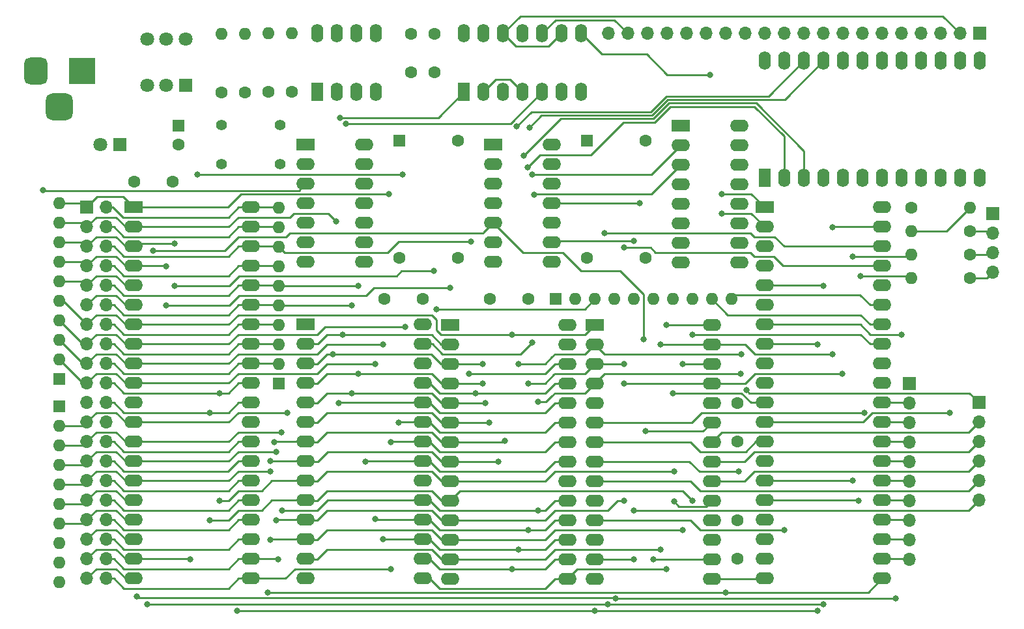
<source format=gbr>
%TF.GenerationSoftware,KiCad,Pcbnew,7.0.8*%
%TF.CreationDate,2023-10-16T19:11:18-04:00*%
%TF.ProjectId,jml-8-mini,6a6d6c2d-382d-46d6-996e-692e6b696361,rev?*%
%TF.SameCoordinates,Original*%
%TF.FileFunction,Copper,L4,Bot*%
%TF.FilePolarity,Positive*%
%FSLAX46Y46*%
G04 Gerber Fmt 4.6, Leading zero omitted, Abs format (unit mm)*
G04 Created by KiCad (PCBNEW 7.0.8) date 2023-10-16 19:11:18*
%MOMM*%
%LPD*%
G01*
G04 APERTURE LIST*
G04 Aperture macros list*
%AMRoundRect*
0 Rectangle with rounded corners*
0 $1 Rounding radius*
0 $2 $3 $4 $5 $6 $7 $8 $9 X,Y pos of 4 corners*
0 Add a 4 corners polygon primitive as box body*
4,1,4,$2,$3,$4,$5,$6,$7,$8,$9,$2,$3,0*
0 Add four circle primitives for the rounded corners*
1,1,$1+$1,$2,$3*
1,1,$1+$1,$4,$5*
1,1,$1+$1,$6,$7*
1,1,$1+$1,$8,$9*
0 Add four rect primitives between the rounded corners*
20,1,$1+$1,$2,$3,$4,$5,0*
20,1,$1+$1,$4,$5,$6,$7,0*
20,1,$1+$1,$6,$7,$8,$9,0*
20,1,$1+$1,$8,$9,$2,$3,0*%
G04 Aperture macros list end*
%TA.AperFunction,ComponentPad*%
%ADD10C,1.600000*%
%TD*%
%TA.AperFunction,ComponentPad*%
%ADD11O,1.600000X1.600000*%
%TD*%
%TA.AperFunction,ComponentPad*%
%ADD12R,2.400000X1.600000*%
%TD*%
%TA.AperFunction,ComponentPad*%
%ADD13O,2.400000X1.600000*%
%TD*%
%TA.AperFunction,ComponentPad*%
%ADD14R,1.600000X1.600000*%
%TD*%
%TA.AperFunction,ComponentPad*%
%ADD15R,1.800000X1.800000*%
%TD*%
%TA.AperFunction,ComponentPad*%
%ADD16C,1.800000*%
%TD*%
%TA.AperFunction,ComponentPad*%
%ADD17R,1.600000X2.400000*%
%TD*%
%TA.AperFunction,ComponentPad*%
%ADD18O,1.600000X2.400000*%
%TD*%
%TA.AperFunction,ComponentPad*%
%ADD19R,1.700000X1.700000*%
%TD*%
%TA.AperFunction,ComponentPad*%
%ADD20O,1.700000X1.700000*%
%TD*%
%TA.AperFunction,ComponentPad*%
%ADD21C,1.397000*%
%TD*%
%TA.AperFunction,ComponentPad*%
%ADD22R,3.500000X3.500000*%
%TD*%
%TA.AperFunction,ComponentPad*%
%ADD23RoundRect,0.750000X-0.750000X-1.000000X0.750000X-1.000000X0.750000X1.000000X-0.750000X1.000000X0*%
%TD*%
%TA.AperFunction,ComponentPad*%
%ADD24RoundRect,0.875000X-0.875000X-0.875000X0.875000X-0.875000X0.875000X0.875000X-0.875000X0.875000X0*%
%TD*%
%TA.AperFunction,ViaPad*%
%ADD25C,0.800000*%
%TD*%
%TA.AperFunction,Conductor*%
%ADD26C,0.250000*%
%TD*%
G04 APERTURE END LIST*
D10*
%TO.P,R1,1*%
%TO.N,/Peripherals/UART_Tx*%
X212979000Y-80137000D03*
D11*
%TO.P,R1,2*%
%TO.N,/Peripherals/RxDA*%
X205359000Y-80137000D03*
%TD*%
D12*
%TO.P,U1,1,A11*%
%TO.N,/A11*%
X104262000Y-77059000D03*
D13*
%TO.P,U1,2,A12*%
%TO.N,/A12*%
X104262000Y-79599000D03*
%TO.P,U1,3,A13*%
%TO.N,/A13*%
X104262000Y-82139000D03*
%TO.P,U1,4,A14*%
%TO.N,/A14*%
X104262000Y-84679000D03*
%TO.P,U1,5,A15*%
%TO.N,/A15*%
X104262000Y-87219000D03*
%TO.P,U1,6,~{CLK}*%
%TO.N,/CLK*%
X104262000Y-89759000D03*
%TO.P,U1,7,D4*%
%TO.N,/D4*%
X104262000Y-92299000D03*
%TO.P,U1,8,D3*%
%TO.N,/D3*%
X104262000Y-94839000D03*
%TO.P,U1,9,D5*%
%TO.N,/D5*%
X104262000Y-97379000D03*
%TO.P,U1,10,D6*%
%TO.N,/D6*%
X104262000Y-99919000D03*
%TO.P,U1,11,VCC*%
%TO.N,+5V*%
X104262000Y-102459000D03*
%TO.P,U1,12,D2*%
%TO.N,/D2*%
X104262000Y-104999000D03*
%TO.P,U1,13,D7*%
%TO.N,/D7*%
X104262000Y-107539000D03*
%TO.P,U1,14,D0*%
%TO.N,/D0*%
X104262000Y-110079000D03*
%TO.P,U1,15,D1*%
%TO.N,/D1*%
X104262000Y-112619000D03*
%TO.P,U1,16,~{INT}*%
%TO.N,/~{INT}*%
X104262000Y-115159000D03*
%TO.P,U1,17,~{NMI}*%
%TO.N,/~{NMI}*%
X104262000Y-117699000D03*
%TO.P,U1,18,~{HALT}*%
%TO.N,/~{HALT}*%
X104262000Y-120239000D03*
%TO.P,U1,19,~{MREQ}*%
%TO.N,/~{MREQ}*%
X104262000Y-122779000D03*
%TO.P,U1,20,~{IORQ}*%
%TO.N,/~{IORQ}*%
X104262000Y-125319000D03*
%TO.P,U1,21,~{RD}*%
%TO.N,/~{RD}*%
X119502000Y-125319000D03*
%TO.P,U1,22,~{WR}*%
%TO.N,/~{WR}*%
X119502000Y-122779000D03*
%TO.P,U1,23,~{BUSACK}*%
%TO.N,/~{BUSACK}*%
X119502000Y-120239000D03*
%TO.P,U1,24,~{WAIT}*%
%TO.N,/~{WAIT}*%
X119502000Y-117699000D03*
%TO.P,U1,25,~{BUSRQ}*%
%TO.N,/~{BUSRQ}*%
X119502000Y-115159000D03*
%TO.P,U1,26,~{RESET}*%
%TO.N,/~{RESET}*%
X119502000Y-112619000D03*
%TO.P,U1,27,~{M1}*%
%TO.N,/~{M1}*%
X119502000Y-110079000D03*
%TO.P,U1,28,~{RFSH}*%
%TO.N,/~{RFSH}*%
X119502000Y-107539000D03*
%TO.P,U1,29,GND*%
%TO.N,GND*%
X119502000Y-104999000D03*
%TO.P,U1,30,A0*%
%TO.N,/A0*%
X119502000Y-102459000D03*
%TO.P,U1,31,A1*%
%TO.N,/A1*%
X119502000Y-99919000D03*
%TO.P,U1,32,A2*%
%TO.N,/A2*%
X119502000Y-97379000D03*
%TO.P,U1,33,A3*%
%TO.N,/A3*%
X119502000Y-94839000D03*
%TO.P,U1,34,A4*%
%TO.N,/A4*%
X119502000Y-92299000D03*
%TO.P,U1,35,A5*%
%TO.N,/A5*%
X119502000Y-89759000D03*
%TO.P,U1,36,A6*%
%TO.N,/A6*%
X119502000Y-87219000D03*
%TO.P,U1,37,A7*%
%TO.N,/A7*%
X119502000Y-84679000D03*
%TO.P,U1,38,A8*%
%TO.N,/A8*%
X119502000Y-82139000D03*
%TO.P,U1,39,A9*%
%TO.N,/A9*%
X119502000Y-79599000D03*
%TO.P,U1,40,A10*%
%TO.N,/A10*%
X119502000Y-77059000D03*
%TD*%
D14*
%TO.P,X2,1,EN*%
%TO.N,unconnected-(X2-EN-Pad1)*%
X163190000Y-68423000D03*
D10*
%TO.P,X2,7,GND*%
%TO.N,GND*%
X163190000Y-83663000D03*
%TO.P,X2,8,OUT*%
%TO.N,/Power\u002C Clock and Reset/2.4576MHz*%
X170810000Y-83663000D03*
%TO.P,X2,14,Vcc*%
%TO.N,+5V*%
X170810000Y-68423000D03*
%TD*%
D12*
%TO.P,U8,1,~{EN}*%
%TO.N,GND*%
X175382000Y-66421000D03*
D13*
%TO.P,U8,2,A*%
%TO.N,/A2*%
X175382000Y-68961000D03*
%TO.P,U8,3,B*%
%TO.N,/A3*%
X175382000Y-71501000D03*
%TO.P,U8,4,~{Q0}*%
%TO.N,/Address Decoding/Q0*%
X175382000Y-74041000D03*
%TO.P,U8,5,~{Q1}*%
%TO.N,/Address Decoding/Q1*%
X175382000Y-76581000D03*
%TO.P,U8,6,~{Q2}*%
%TO.N,/Address Decoding/Q2*%
X175382000Y-79121000D03*
%TO.P,U8,7,~{Q3}*%
%TO.N,/Address Decoding/Q3*%
X175382000Y-81661000D03*
%TO.P,U8,8,GND*%
%TO.N,GND*%
X175382000Y-84201000D03*
%TO.P,U8,9,~{Q3}*%
%TO.N,unconnected-(U8B-~{Q3}-Pad9)*%
X183002000Y-84201000D03*
%TO.P,U8,10,~{Q2}*%
%TO.N,unconnected-(U8B-~{Q2}-Pad10)*%
X183002000Y-81661000D03*
%TO.P,U8,11,~{Q1}*%
%TO.N,unconnected-(U8B-~{Q1}-Pad11)*%
X183002000Y-79121000D03*
%TO.P,U8,12,~{Q0}*%
%TO.N,unconnected-(U8B-~{Q0}-Pad12)*%
X183002000Y-76581000D03*
%TO.P,U8,13,B*%
%TO.N,GND*%
X183002000Y-74041000D03*
%TO.P,U8,14,A*%
X183002000Y-71501000D03*
%TO.P,U8,15,~{EN}*%
%TO.N,+5V*%
X183002000Y-68961000D03*
%TO.P,U8,16,VCC*%
X183002000Y-66421000D03*
%TD*%
D15*
%TO.P,D1,1,K*%
%TO.N,/Power\u002C Clock and Reset/LED_TO_R*%
X102489000Y-68931000D03*
D16*
%TO.P,D1,2,A*%
%TO.N,+5V*%
X99949000Y-68931000D03*
%TD*%
D17*
%TO.P,U11,1,GND*%
%TO.N,GND*%
X128148000Y-62073000D03*
D18*
%TO.P,U11,2,TR*%
%TO.N,/Power\u002C Clock and Reset/555Trigger*%
X130688000Y-62073000D03*
%TO.P,U11,3,Q*%
%TO.N,/Power\u002C Clock and Reset/555Out*%
X133228000Y-62073000D03*
%TO.P,U11,4,R*%
%TO.N,+5V*%
X135768000Y-62073000D03*
%TO.P,U11,5,CV*%
%TO.N,/Power\u002C Clock and Reset/555Control*%
X135768000Y-54453000D03*
%TO.P,U11,6,THR*%
%TO.N,/Power\u002C Clock and Reset/555Dis{slash}Thr*%
X133228000Y-54453000D03*
%TO.P,U11,7,DIS*%
X130688000Y-54453000D03*
%TO.P,U11,8,VCC*%
%TO.N,+5V*%
X128148000Y-54453000D03*
%TD*%
D12*
%TO.P,U3,1,A14*%
%TO.N,/A14*%
X145410000Y-92314000D03*
D13*
%TO.P,U3,2,A12*%
%TO.N,/A12*%
X145410000Y-94854000D03*
%TO.P,U3,3,A7*%
%TO.N,/A7*%
X145410000Y-97394000D03*
%TO.P,U3,4,A6*%
%TO.N,/A6*%
X145410000Y-99934000D03*
%TO.P,U3,5,A5*%
%TO.N,/A5*%
X145410000Y-102474000D03*
%TO.P,U3,6,A4*%
%TO.N,/A4*%
X145410000Y-105014000D03*
%TO.P,U3,7,A3*%
%TO.N,/A3*%
X145410000Y-107554000D03*
%TO.P,U3,8,A2*%
%TO.N,/A2*%
X145410000Y-110094000D03*
%TO.P,U3,9,A1*%
%TO.N,/A1*%
X145410000Y-112634000D03*
%TO.P,U3,10,A0*%
%TO.N,/A0*%
X145410000Y-115174000D03*
%TO.P,U3,11,D0*%
%TO.N,/D0*%
X145410000Y-117714000D03*
%TO.P,U3,12,D1*%
%TO.N,/D1*%
X145410000Y-120254000D03*
%TO.P,U3,13,D2*%
%TO.N,/D2*%
X145410000Y-122794000D03*
%TO.P,U3,14,GND*%
%TO.N,GND*%
X145410000Y-125334000D03*
%TO.P,U3,15,D3*%
%TO.N,/D3*%
X160650000Y-125334000D03*
%TO.P,U3,16,D4*%
%TO.N,/D4*%
X160650000Y-122794000D03*
%TO.P,U3,17,D5*%
%TO.N,/D5*%
X160650000Y-120254000D03*
%TO.P,U3,18,D6*%
%TO.N,/D6*%
X160650000Y-117714000D03*
%TO.P,U3,19,D7*%
%TO.N,/D7*%
X160650000Y-115174000D03*
%TO.P,U3,20,~{CE}*%
%TO.N,/~{RAM}*%
X160650000Y-112634000D03*
%TO.P,U3,21,A10*%
%TO.N,/A10*%
X160650000Y-110094000D03*
%TO.P,U3,22,~{OE}*%
%TO.N,/~{RD}*%
X160650000Y-107554000D03*
%TO.P,U3,23,A11*%
%TO.N,/A11*%
X160650000Y-105014000D03*
%TO.P,U3,24,A9*%
%TO.N,/A9*%
X160650000Y-102474000D03*
%TO.P,U3,25,A8*%
%TO.N,/A8*%
X160650000Y-99934000D03*
%TO.P,U3,26,A13*%
%TO.N,/A13*%
X160650000Y-97394000D03*
%TO.P,U3,27,~{WE}*%
%TO.N,/~{WR}*%
X160650000Y-94854000D03*
%TO.P,U3,28,VCC*%
%TO.N,+5V*%
X160650000Y-92314000D03*
%TD*%
D14*
%TO.P,RN3,1,common*%
%TO.N,+5V*%
X123108000Y-99949000D03*
D11*
%TO.P,RN3,2,R1*%
%TO.N,/A2*%
X123108000Y-97409000D03*
%TO.P,RN3,3,R2*%
%TO.N,/A3*%
X123108000Y-94869000D03*
%TO.P,RN3,4,R3*%
%TO.N,/A4*%
X123108000Y-92329000D03*
%TO.P,RN3,5,R4*%
%TO.N,/A5*%
X123108000Y-89789000D03*
%TO.P,RN3,6,R5*%
%TO.N,/A6*%
X123108000Y-87249000D03*
%TO.P,RN3,7,R6*%
%TO.N,/A7*%
X123108000Y-84709000D03*
%TO.P,RN3,8,R7*%
%TO.N,/A8*%
X123108000Y-82169000D03*
%TO.P,RN3,9,R8*%
%TO.N,/A9*%
X123108000Y-79629000D03*
%TO.P,RN3,10,R9*%
%TO.N,/A10*%
X123108000Y-77089000D03*
%TD*%
D10*
%TO.P,C5,1*%
%TO.N,+5V*%
X155530000Y-88997000D03*
%TO.P,C5,2*%
%TO.N,GND*%
X150530000Y-88997000D03*
%TD*%
%TO.P,R4,1*%
%TO.N,+5V*%
X205359000Y-77089000D03*
D11*
%TO.P,R4,2*%
%TO.N,/Peripherals/RxDA*%
X212979000Y-77089000D03*
%TD*%
D10*
%TO.P,C2,1*%
%TO.N,/Power\u002C Clock and Reset/555Dis{slash}Thr*%
X140330000Y-54503000D03*
%TO.P,C2,2*%
%TO.N,GND*%
X140330000Y-59503000D03*
%TD*%
D14*
%TO.P,RN4,1,common*%
%TO.N,+5V*%
X159126000Y-88997000D03*
D11*
%TO.P,RN4,2,R1*%
%TO.N,/~{ROM WE}*%
X161666000Y-88997000D03*
%TO.P,RN4,3,R2*%
%TO.N,/~{ROM}*%
X164206000Y-88997000D03*
%TO.P,RN4,4,R3*%
%TO.N,/~{RAM}*%
X166746000Y-88997000D03*
%TO.P,RN4,5,R4*%
%TO.N,/CTC IEI*%
X169286000Y-88997000D03*
%TO.P,RN4,6,R5*%
%TO.N,/~{CTC}*%
X171826000Y-88997000D03*
%TO.P,RN4,7,R6*%
%TO.N,/~{SIO SYNCA}*%
X174366000Y-88997000D03*
%TO.P,RN4,8,R7*%
%TO.N,/A0*%
X176906000Y-88997000D03*
%TO.P,RN4,9,R8*%
%TO.N,/A1*%
X179446000Y-88997000D03*
%TO.P,RN4,10,R9*%
%TO.N,/~{SIO}*%
X181986000Y-88997000D03*
%TD*%
D17*
%TO.P,U7,1,~{LE}*%
%TO.N,GND*%
X186304000Y-73249000D03*
D18*
%TO.P,U7,2,A0*%
%TO.N,/A4*%
X188844000Y-73249000D03*
%TO.P,U7,3,A1*%
%TO.N,/A5*%
X191384000Y-73249000D03*
%TO.P,U7,4,Y7*%
%TO.N,/Address Decoding/Y7*%
X193924000Y-73249000D03*
%TO.P,U7,5,Y6*%
%TO.N,/Address Decoding/Y6*%
X196464000Y-73249000D03*
%TO.P,U7,6,Y5*%
%TO.N,/Address Decoding/Y5*%
X199004000Y-73249000D03*
%TO.P,U7,7,Y4*%
%TO.N,/Address Decoding/Y4*%
X201544000Y-73249000D03*
%TO.P,U7,8,Y3*%
%TO.N,/Address Decoding/Y3*%
X204084000Y-73249000D03*
%TO.P,U7,9,Y1*%
%TO.N,/Address Decoding/Y1*%
X206624000Y-73249000D03*
%TO.P,U7,10,Y2*%
%TO.N,/Address Decoding/Y2*%
X209164000Y-73249000D03*
%TO.P,U7,11,Y0*%
%TO.N,/Address Decoding/Y0*%
X211704000Y-73249000D03*
%TO.P,U7,12,GND*%
%TO.N,GND*%
X214244000Y-73249000D03*
%TO.P,U7,13,Y13*%
%TO.N,/Address Decoding/Y13*%
X214244000Y-58009000D03*
%TO.P,U7,14,Y12*%
%TO.N,/Address Decoding/Y12*%
X211704000Y-58009000D03*
%TO.P,U7,15,Y15*%
%TO.N,/Address Decoding/Y15*%
X209164000Y-58009000D03*
%TO.P,U7,16,Y14*%
%TO.N,/Address Decoding/Y14*%
X206624000Y-58009000D03*
%TO.P,U7,17,Y9*%
%TO.N,/Address Decoding/Y9*%
X204084000Y-58009000D03*
%TO.P,U7,18,Y8*%
%TO.N,/Address Decoding/Y8*%
X201544000Y-58009000D03*
%TO.P,U7,19,Y11*%
%TO.N,/Address Decoding/Y11*%
X199004000Y-58009000D03*
%TO.P,U7,20,Y10*%
%TO.N,/Address Decoding/Y10*%
X196464000Y-58009000D03*
%TO.P,U7,21,A2*%
%TO.N,/A6*%
X193924000Y-58009000D03*
%TO.P,U7,22,A3*%
%TO.N,/A7*%
X191384000Y-58009000D03*
%TO.P,U7,23,~{E}*%
%TO.N,GND*%
X188844000Y-58009000D03*
%TO.P,U7,24,VCC*%
%TO.N,+5V*%
X186304000Y-58009000D03*
%TD*%
D12*
%TO.P,U5,1,D1*%
%TO.N,/D1*%
X186299000Y-77064000D03*
D13*
%TO.P,U5,2,D3*%
%TO.N,/D3*%
X186299000Y-79604000D03*
%TO.P,U5,3,D5*%
%TO.N,/D5*%
X186299000Y-82144000D03*
%TO.P,U5,4,D7*%
%TO.N,/D7*%
X186299000Y-84684000D03*
%TO.P,U5,5,~{INT}*%
%TO.N,/~{INT}*%
X186299000Y-87224000D03*
%TO.P,U5,6,IEI*%
%TO.N,/Peripherals/SIO_IEI*%
X186299000Y-89764000D03*
%TO.P,U5,7,IE0*%
%TO.N,/Peripherals/SIO_IEO*%
X186299000Y-92304000D03*
%TO.P,U5,8,~{M1}*%
%TO.N,/~{M1}*%
X186299000Y-94844000D03*
%TO.P,U5,9,VCC*%
%TO.N,+5V*%
X186299000Y-97384000D03*
%TO.P,U5,10,~{W}/~{RDYA}*%
%TO.N,unconnected-(U5-~{W}{slash}~{RDYA}-Pad10)*%
X186299000Y-99924000D03*
%TO.P,U5,11,~{SYNCA}*%
%TO.N,/~{SIO SYNCA}*%
X186299000Y-102464000D03*
%TO.P,U5,12,RxDA*%
%TO.N,/Peripherals/RxDA*%
X186299000Y-105004000D03*
%TO.P,U5,13,~{RxCA}*%
%TO.N,/Peripherals/SIO_UART_CLK*%
X186299000Y-107544000D03*
%TO.P,U5,14,~{TxCA}*%
X186299000Y-110084000D03*
%TO.P,U5,15,TxDA*%
%TO.N,/Peripherals/TxDA*%
X186299000Y-112624000D03*
%TO.P,U5,16,~{DTRA}*%
%TO.N,/Peripherals/~{DTRA}*%
X186299000Y-115164000D03*
%TO.P,U5,17,~{RTSA}*%
%TO.N,unconnected-(U5-~{RTSA}-Pad17)*%
X186299000Y-117704000D03*
%TO.P,U5,18,~{CTSA}*%
%TO.N,GND*%
X186299000Y-120244000D03*
%TO.P,U5,19,~{DCDA}*%
X186299000Y-122784000D03*
%TO.P,U5,20,CLK*%
%TO.N,/CLK*%
X186299000Y-125324000D03*
%TO.P,U5,21,~{RESET}*%
%TO.N,/~{RESET}*%
X201539000Y-125324000D03*
%TO.P,U5,22,~{DCDB}*%
%TO.N,/Peripherals/~{DCDB}*%
X201539000Y-122784000D03*
%TO.P,U5,23,~{CTSB}*%
%TO.N,/Peripherals/~{CTSB}*%
X201539000Y-120244000D03*
%TO.P,U5,24,~{RTSB}*%
%TO.N,/Peripherals/~{RTSB}*%
X201539000Y-117704000D03*
%TO.P,U5,25,~{DTRB}*%
%TO.N,/Peripherals/~{DTRB}*%
X201539000Y-115164000D03*
%TO.P,U5,26,TxDB*%
%TO.N,/Peripherals/TxDB*%
X201539000Y-112624000D03*
%TO.P,U5,27,~{RxTxCB}*%
%TO.N,/Peripherals/~{RxTxCB}*%
X201539000Y-110084000D03*
%TO.P,U5,28,RxDB*%
%TO.N,/Peripherals/RxDB*%
X201539000Y-107544000D03*
%TO.P,U5,29,~{SYNCB}*%
%TO.N,/Peripherals/~{SYNCB}*%
X201539000Y-105004000D03*
%TO.P,U5,30,~{W}/~{RDYB}*%
%TO.N,/Peripherals/~{W}{slash}~{RDYB}*%
X201539000Y-102464000D03*
%TO.P,U5,31,GND*%
%TO.N,GND*%
X201539000Y-99924000D03*
%TO.P,U5,32,~{RD}*%
%TO.N,/~{RD}*%
X201539000Y-97384000D03*
%TO.P,U5,33,C/~{D}*%
%TO.N,/A0*%
X201539000Y-94844000D03*
%TO.P,U5,34,B/~{A}*%
%TO.N,/A1*%
X201539000Y-92304000D03*
%TO.P,U5,35,~{CE}*%
%TO.N,/~{SIO}*%
X201539000Y-89764000D03*
%TO.P,U5,36,~{IORQ}*%
%TO.N,/~{IORQ}*%
X201539000Y-87224000D03*
%TO.P,U5,37,D6*%
%TO.N,/D6*%
X201539000Y-84684000D03*
%TO.P,U5,38,D4*%
%TO.N,/D4*%
X201539000Y-82144000D03*
%TO.P,U5,39,D2*%
%TO.N,/D2*%
X201539000Y-79604000D03*
%TO.P,U5,40,D0*%
%TO.N,/D0*%
X201539000Y-77064000D03*
%TD*%
D14*
%TO.P,RN2,1,common*%
%TO.N,+5V*%
X94610000Y-99411000D03*
D11*
%TO.P,RN2,2,R1*%
%TO.N,/D6*%
X94610000Y-96871000D03*
%TO.P,RN2,3,R2*%
%TO.N,/D5*%
X94610000Y-94331000D03*
%TO.P,RN2,4,R3*%
%TO.N,/D3*%
X94610000Y-91791000D03*
%TO.P,RN2,5,R4*%
%TO.N,/D4*%
X94610000Y-89251000D03*
%TO.P,RN2,6,R5*%
%TO.N,/A15*%
X94610000Y-86711000D03*
%TO.P,RN2,7,R6*%
%TO.N,/A14*%
X94610000Y-84171000D03*
%TO.P,RN2,8,R7*%
%TO.N,/A13*%
X94610000Y-81631000D03*
%TO.P,RN2,9,R8*%
%TO.N,/A12*%
X94610000Y-79091000D03*
%TO.P,RN2,10,R9*%
%TO.N,/A11*%
X94610000Y-76551000D03*
%TD*%
D10*
%TO.P,C4,1*%
%TO.N,+5V*%
X141814000Y-88997000D03*
%TO.P,C4,2*%
%TO.N,GND*%
X136814000Y-88997000D03*
%TD*%
D17*
%TO.P,U9,1*%
%TO.N,/A15*%
X147183000Y-62073000D03*
D18*
%TO.P,U9,2*%
%TO.N,/~{MREQ}*%
X149723000Y-62073000D03*
%TO.P,U9,3*%
%TO.N,/~{ROM}*%
X152263000Y-62073000D03*
%TO.P,U9,4*%
%TO.N,/~{MREQ}*%
X154803000Y-62073000D03*
%TO.P,U9,5*%
%TO.N,/Address Decoding/~{A15}*%
X157343000Y-62073000D03*
%TO.P,U9,6*%
%TO.N,/~{RAM}*%
X159883000Y-62073000D03*
%TO.P,U9,7,GND*%
%TO.N,GND*%
X162423000Y-62073000D03*
%TO.P,U9,8*%
%TO.N,/~{SIO}*%
X162423000Y-54453000D03*
%TO.P,U9,9*%
%TO.N,/Address Decoding/Y0*%
X159883000Y-54453000D03*
%TO.P,U9,10*%
%TO.N,/Address Decoding/Q1*%
X157343000Y-54453000D03*
%TO.P,U9,11*%
%TO.N,/~{CTC}*%
X154803000Y-54453000D03*
%TO.P,U9,12*%
%TO.N,/Address Decoding/Y0*%
X152263000Y-54453000D03*
%TO.P,U9,13*%
%TO.N,/Address Decoding/Q2*%
X149723000Y-54453000D03*
%TO.P,U9,14,VCC*%
%TO.N,+5V*%
X147183000Y-54453000D03*
%TD*%
D19*
%TO.P,J2,1,Pin_1*%
%TO.N,/Peripherals/SIO_IEO*%
X205105000Y-99949000D03*
D20*
%TO.P,J2,2,Pin_2*%
%TO.N,/Peripherals/~{W}{slash}~{RDYB}*%
X205105000Y-102489000D03*
%TO.P,J2,3,Pin_3*%
%TO.N,/Peripherals/~{SYNCB}*%
X205105000Y-105029000D03*
%TO.P,J2,4,Pin_4*%
%TO.N,/Peripherals/RxDB*%
X205105000Y-107569000D03*
%TO.P,J2,5,Pin_5*%
%TO.N,/Peripherals/~{RxTxCB}*%
X205105000Y-110109000D03*
%TO.P,J2,6,Pin_6*%
%TO.N,/Peripherals/TxDB*%
X205105000Y-112649000D03*
%TO.P,J2,7,Pin_7*%
%TO.N,/Peripherals/~{DTRB}*%
X205105000Y-115189000D03*
%TO.P,J2,8,Pin_8*%
%TO.N,/Peripherals/~{RTSB}*%
X205105000Y-117729000D03*
%TO.P,J2,9,Pin_9*%
%TO.N,/Peripherals/~{CTSB}*%
X205105000Y-120269000D03*
%TO.P,J2,10,Pin_10*%
%TO.N,/Peripherals/~{DCDB}*%
X205105000Y-122809000D03*
%TD*%
D21*
%TO.P,SW1,1,1*%
%TO.N,GND*%
X123312000Y-71471000D03*
X115692000Y-71471000D03*
%TO.P,SW1,2,2*%
%TO.N,/Power\u002C Clock and Reset/555Trigger*%
X123312000Y-66391000D03*
X115692000Y-66391000D03*
%TD*%
D10*
%TO.P,R2,1*%
%TO.N,/Peripherals/UART_Rx*%
X212979000Y-83185000D03*
D11*
%TO.P,R2,2*%
%TO.N,/Peripherals/TxDA*%
X205359000Y-83185000D03*
%TD*%
D12*
%TO.P,U4,1,D4*%
%TO.N,/D4*%
X164206000Y-92314000D03*
D13*
%TO.P,U4,2,D5*%
%TO.N,/D5*%
X164206000Y-94854000D03*
%TO.P,U4,3,D6*%
%TO.N,/D6*%
X164206000Y-97394000D03*
%TO.P,U4,4,D7*%
%TO.N,/D7*%
X164206000Y-99934000D03*
%TO.P,U4,5,GND*%
%TO.N,GND*%
X164206000Y-102474000D03*
%TO.P,U4,6,~{RD}*%
%TO.N,/~{RD}*%
X164206000Y-105014000D03*
%TO.P,U4,7,ZC/TO0*%
%TO.N,/Peripherals/SIO_UART_CLK*%
X164206000Y-107554000D03*
%TO.P,U4,8,ZC/TO1*%
%TO.N,/Peripherals/ZC{slash}TO1*%
X164206000Y-110094000D03*
%TO.P,U4,9,ZC/TO2*%
%TO.N,/Peripherals/ZC{slash}TO2*%
X164206000Y-112634000D03*
%TO.P,U4,10,~{IORQ}*%
%TO.N,/~{IORQ}*%
X164206000Y-115174000D03*
%TO.P,U4,11,IEO*%
%TO.N,/Peripherals/SIO_IEI*%
X164206000Y-117714000D03*
%TO.P,U4,12,~{INT}*%
%TO.N,/~{INT}*%
X164206000Y-120254000D03*
%TO.P,U4,13,IEI*%
%TO.N,/CTC IEI*%
X164206000Y-122794000D03*
%TO.P,U4,14,~{M1}*%
%TO.N,/~{M1}*%
X164206000Y-125334000D03*
%TO.P,U4,15,CLK*%
%TO.N,/CLK*%
X179446000Y-125334000D03*
%TO.P,U4,16,~{CE}*%
%TO.N,/~{CTC}*%
X179446000Y-122794000D03*
%TO.P,U4,17,~{RESET}*%
%TO.N,/~{RESET}*%
X179446000Y-120254000D03*
%TO.P,U4,18,~{CS0}*%
%TO.N,/A0*%
X179446000Y-117714000D03*
%TO.P,U4,19,CS1*%
%TO.N,/A1*%
X179446000Y-115174000D03*
%TO.P,U4,20,CLK/TRG3*%
%TO.N,/Peripherals/CLK{slash}TRG3*%
X179446000Y-112634000D03*
%TO.P,U4,21,CLK/TRG2*%
%TO.N,/Peripherals/CLK{slash}TRG2*%
X179446000Y-110094000D03*
%TO.P,U4,22,CLK/TRG1*%
%TO.N,/Peripherals/CLK{slash}TRG1*%
X179446000Y-107554000D03*
%TO.P,U4,23,CLK/TRG0*%
%TO.N,/Peripherals/UART CLK*%
X179446000Y-105014000D03*
%TO.P,U4,24,VCC*%
%TO.N,+5V*%
X179446000Y-102474000D03*
%TO.P,U4,25,D0*%
%TO.N,/D0*%
X179446000Y-99934000D03*
%TO.P,U4,26,D1*%
%TO.N,/D1*%
X179446000Y-97394000D03*
%TO.P,U4,27,D2*%
%TO.N,/D2*%
X179446000Y-94854000D03*
%TO.P,U4,28,D3*%
%TO.N,/D3*%
X179446000Y-92314000D03*
%TD*%
D19*
%TO.P,J6,1,Pin_1*%
%TO.N,/A11*%
X98166000Y-77059000D03*
D20*
%TO.P,J6,2,Pin_2*%
%TO.N,/A10*%
X100706000Y-77059000D03*
%TO.P,J6,3,Pin_3*%
%TO.N,/A12*%
X98166000Y-79599000D03*
%TO.P,J6,4,Pin_4*%
%TO.N,/A9*%
X100706000Y-79599000D03*
%TO.P,J6,5,Pin_5*%
%TO.N,/A13*%
X98166000Y-82139000D03*
%TO.P,J6,6,Pin_6*%
%TO.N,/A8*%
X100706000Y-82139000D03*
%TO.P,J6,7,Pin_7*%
%TO.N,/A14*%
X98166000Y-84679000D03*
%TO.P,J6,8,Pin_8*%
%TO.N,/A7*%
X100706000Y-84679000D03*
%TO.P,J6,9,Pin_9*%
%TO.N,/A15*%
X98166000Y-87219000D03*
%TO.P,J6,10,Pin_10*%
%TO.N,/A6*%
X100706000Y-87219000D03*
%TO.P,J6,11,Pin_11*%
%TO.N,/CLK*%
X98166000Y-89759000D03*
%TO.P,J6,12,Pin_12*%
%TO.N,/A5*%
X100706000Y-89759000D03*
%TO.P,J6,13,Pin_13*%
%TO.N,/D4*%
X98166000Y-92299000D03*
%TO.P,J6,14,Pin_14*%
%TO.N,/A4*%
X100706000Y-92299000D03*
%TO.P,J6,15,Pin_15*%
%TO.N,/D3*%
X98166000Y-94839000D03*
%TO.P,J6,16,Pin_16*%
%TO.N,/A3*%
X100706000Y-94839000D03*
%TO.P,J6,17,Pin_17*%
%TO.N,/D5*%
X98166000Y-97379000D03*
%TO.P,J6,18,Pin_18*%
%TO.N,/A2*%
X100706000Y-97379000D03*
%TO.P,J6,19,Pin_19*%
%TO.N,/D6*%
X98166000Y-99919000D03*
%TO.P,J6,20,Pin_20*%
%TO.N,/A1*%
X100706000Y-99919000D03*
%TO.P,J6,21,Pin_21*%
%TO.N,+5V*%
X98166000Y-102459000D03*
%TO.P,J6,22,Pin_22*%
%TO.N,/A0*%
X100706000Y-102459000D03*
%TO.P,J6,23,Pin_23*%
%TO.N,/D2*%
X98166000Y-104999000D03*
%TO.P,J6,24,Pin_24*%
%TO.N,GND*%
X100706000Y-104999000D03*
%TO.P,J6,25,Pin_25*%
%TO.N,/D7*%
X98166000Y-107539000D03*
%TO.P,J6,26,Pin_26*%
%TO.N,/~{RFSH}*%
X100706000Y-107539000D03*
%TO.P,J6,27,Pin_27*%
%TO.N,/D0*%
X98166000Y-110079000D03*
%TO.P,J6,28,Pin_28*%
%TO.N,/~{M1}*%
X100706000Y-110079000D03*
%TO.P,J6,29,Pin_29*%
%TO.N,/D1*%
X98166000Y-112619000D03*
%TO.P,J6,30,Pin_30*%
%TO.N,/~{RESET}*%
X100706000Y-112619000D03*
%TO.P,J6,31,Pin_31*%
%TO.N,/~{INT}*%
X98166000Y-115159000D03*
%TO.P,J6,32,Pin_32*%
%TO.N,/~{BUSRQ}*%
X100706000Y-115159000D03*
%TO.P,J6,33,Pin_33*%
%TO.N,/~{NMI}*%
X98166000Y-117699000D03*
%TO.P,J6,34,Pin_34*%
%TO.N,/~{WAIT}*%
X100706000Y-117699000D03*
%TO.P,J6,35,Pin_35*%
%TO.N,/~{HALT}*%
X98166000Y-120239000D03*
%TO.P,J6,36,Pin_36*%
%TO.N,/~{BUSACK}*%
X100706000Y-120239000D03*
%TO.P,J6,37,Pin_37*%
%TO.N,/~{MREQ}*%
X98166000Y-122779000D03*
%TO.P,J6,38,Pin_38*%
%TO.N,/~{WR}*%
X100706000Y-122779000D03*
%TO.P,J6,39,Pin_39*%
%TO.N,/~{IORQ}*%
X98166000Y-125319000D03*
%TO.P,J6,40,Pin_40*%
%TO.N,/~{RD}*%
X100706000Y-125319000D03*
%TD*%
D22*
%TO.P,J1,1*%
%TO.N,/Power\u002C Clock and Reset/PWR_IN*%
X97567000Y-59309000D03*
D23*
%TO.P,J1,2*%
%TO.N,GND*%
X91567000Y-59309000D03*
D24*
%TO.P,J1,3,MountPin*%
X94567000Y-64009000D03*
%TD*%
D15*
%TO.P,SW2,1,A*%
%TO.N,/Power\u002C Clock and Reset/SW_TO_R*%
X110998000Y-61214000D03*
D16*
%TO.P,SW2,2,B*%
%TO.N,+5V*%
X108498000Y-61214000D03*
%TO.P,SW2,3,C*%
%TO.N,/Power\u002C Clock and Reset/PWR_IN*%
X105998000Y-61214000D03*
%TO.P,SW2,4,A*%
%TO.N,unconnected-(SW2-A-Pad4)*%
X110998000Y-55214000D03*
%TO.P,SW2,5,B*%
%TO.N,unconnected-(SW2-B-Pad5)*%
X108498000Y-55214000D03*
%TO.P,SW2,6,C*%
%TO.N,unconnected-(SW2-C-Pad6)*%
X105998000Y-55214000D03*
%TD*%
D10*
%TO.P,R8,1*%
%TO.N,/Power\u002C Clock and Reset/SW_TO_R*%
X115697000Y-62083000D03*
D11*
%TO.P,R8,2*%
%TO.N,GND*%
X115697000Y-54463000D03*
%TD*%
D10*
%TO.P,C8,1*%
%TO.N,+5V*%
X109302000Y-73757000D03*
%TO.P,C8,2*%
%TO.N,GND*%
X104302000Y-73757000D03*
%TD*%
%TO.P,R6,1*%
%TO.N,+5V*%
X121788000Y-62073000D03*
D11*
%TO.P,R6,2*%
%TO.N,/Power\u002C Clock and Reset/555Trigger*%
X121788000Y-54453000D03*
%TD*%
D19*
%TO.P,J5,1,Pin_1*%
%TO.N,/Address Decoding/Y13*%
X214244000Y-54453000D03*
D20*
%TO.P,J5,2,Pin_2*%
%TO.N,/Address Decoding/Y0*%
X211704000Y-54453000D03*
%TO.P,J5,3,Pin_3*%
%TO.N,/Address Decoding/Y12*%
X209164000Y-54453000D03*
%TO.P,J5,4,Pin_4*%
%TO.N,/Address Decoding/Y2*%
X206624000Y-54453000D03*
%TO.P,J5,5,Pin_5*%
%TO.N,/Address Decoding/Y15*%
X204084000Y-54453000D03*
%TO.P,J5,6,Pin_6*%
%TO.N,/Address Decoding/Y14*%
X201544000Y-54453000D03*
%TO.P,J5,7,Pin_7*%
%TO.N,/Address Decoding/Y9*%
X199004000Y-54453000D03*
%TO.P,J5,8,Pin_8*%
%TO.N,/Address Decoding/Y8*%
X196464000Y-54453000D03*
%TO.P,J5,9,Pin_9*%
%TO.N,/Address Decoding/Y11*%
X193924000Y-54453000D03*
%TO.P,J5,10,Pin_10*%
%TO.N,/Address Decoding/Y10*%
X191384000Y-54453000D03*
%TO.P,J5,11,Pin_11*%
%TO.N,/Address Decoding/Y1*%
X188844000Y-54453000D03*
%TO.P,J5,12,Pin_12*%
%TO.N,/Address Decoding/Y3*%
X186304000Y-54453000D03*
%TO.P,J5,13,Pin_13*%
%TO.N,/Address Decoding/Y4*%
X183764000Y-54453000D03*
%TO.P,J5,14,Pin_14*%
%TO.N,/Address Decoding/Y5*%
X181224000Y-54453000D03*
%TO.P,J5,15,Pin_15*%
%TO.N,/Address Decoding/Y6*%
X178684000Y-54453000D03*
%TO.P,J5,16,Pin_16*%
%TO.N,/Address Decoding/Y7*%
X176144000Y-54453000D03*
%TO.P,J5,17,Pin_17*%
%TO.N,/Address Decoding/Q3*%
X173604000Y-54453000D03*
%TO.P,J5,18,Pin_18*%
%TO.N,/Address Decoding/Q2*%
X171064000Y-54453000D03*
%TO.P,J5,19,Pin_19*%
%TO.N,/Address Decoding/Q1*%
X168524000Y-54453000D03*
%TO.P,J5,20,Pin_20*%
%TO.N,/Address Decoding/Q0*%
X165984000Y-54453000D03*
%TD*%
D10*
%TO.P,R5,1*%
%TO.N,+5V*%
X124836000Y-62073000D03*
D11*
%TO.P,R5,2*%
%TO.N,/Power\u002C Clock and Reset/555Dis{slash}Thr*%
X124836000Y-54453000D03*
%TD*%
D10*
%TO.P,R7,1*%
%TO.N,/Power\u002C Clock and Reset/LED_TO_R*%
X118740000Y-62083000D03*
D11*
%TO.P,R7,2*%
%TO.N,GND*%
X118740000Y-54463000D03*
%TD*%
D14*
%TO.P,C3,1*%
%TO.N,/Power\u002C Clock and Reset/555Trigger*%
X110109000Y-66421000D03*
D10*
%TO.P,C3,2*%
%TO.N,GND*%
X110109000Y-68921000D03*
%TD*%
D14*
%TO.P,RN1,1,common*%
%TO.N,+5V*%
X94610000Y-102967000D03*
D11*
%TO.P,RN1,2,R1*%
%TO.N,/D2*%
X94610000Y-105507000D03*
%TO.P,RN1,3,R2*%
%TO.N,/D7*%
X94610000Y-108047000D03*
%TO.P,RN1,4,R3*%
%TO.N,/D0*%
X94610000Y-110587000D03*
%TO.P,RN1,5,R4*%
%TO.N,/D1*%
X94610000Y-113127000D03*
%TO.P,RN1,6,R5*%
%TO.N,/~{INT}*%
X94610000Y-115667000D03*
%TO.P,RN1,7,R6*%
%TO.N,/~{NMI}*%
X94610000Y-118207000D03*
%TO.P,RN1,8,R7*%
%TO.N,/~{RESET}*%
X94610000Y-120747000D03*
%TO.P,RN1,9,R8*%
%TO.N,/~{BUSRQ}*%
X94610000Y-123287000D03*
%TO.P,RN1,10,R9*%
%TO.N,/~{WAIT}*%
X94610000Y-125827000D03*
%TD*%
D10*
%TO.P,C1,1*%
%TO.N,GND*%
X143378000Y-59503000D03*
%TO.P,C1,2*%
%TO.N,/Power\u002C Clock and Reset/555Control*%
X143378000Y-54503000D03*
%TD*%
%TO.P,C6,1*%
%TO.N,+5V*%
X182753000Y-122769000D03*
%TO.P,C6,2*%
%TO.N,GND*%
X182753000Y-117769000D03*
%TD*%
D12*
%TO.P,U2,1,NC*%
%TO.N,unconnected-(U2-NC-Pad1)*%
X126609000Y-92299000D03*
D13*
%TO.P,U2,2,A12*%
%TO.N,/A12*%
X126609000Y-94839000D03*
%TO.P,U2,3,A7*%
%TO.N,/A7*%
X126609000Y-97379000D03*
%TO.P,U2,4,A6*%
%TO.N,/A6*%
X126609000Y-99919000D03*
%TO.P,U2,5,A5*%
%TO.N,/A5*%
X126609000Y-102459000D03*
%TO.P,U2,6,A4*%
%TO.N,/A4*%
X126609000Y-104999000D03*
%TO.P,U2,7,A3*%
%TO.N,/A3*%
X126609000Y-107539000D03*
%TO.P,U2,8,A2*%
%TO.N,/A2*%
X126609000Y-110079000D03*
%TO.P,U2,9,A1*%
%TO.N,/A1*%
X126609000Y-112619000D03*
%TO.P,U2,10,A0*%
%TO.N,/A0*%
X126609000Y-115159000D03*
%TO.P,U2,11,D0*%
%TO.N,/D0*%
X126609000Y-117699000D03*
%TO.P,U2,12,D1*%
%TO.N,/D1*%
X126609000Y-120239000D03*
%TO.P,U2,13,D2*%
%TO.N,/D2*%
X126609000Y-122779000D03*
%TO.P,U2,14,GND*%
%TO.N,GND*%
X126609000Y-125319000D03*
%TO.P,U2,15,D3*%
%TO.N,/D3*%
X141849000Y-125319000D03*
%TO.P,U2,16,D4*%
%TO.N,/D4*%
X141849000Y-122779000D03*
%TO.P,U2,17,D5*%
%TO.N,/D5*%
X141849000Y-120239000D03*
%TO.P,U2,18,D6*%
%TO.N,/D6*%
X141849000Y-117699000D03*
%TO.P,U2,19,D7*%
%TO.N,/D7*%
X141849000Y-115159000D03*
%TO.P,U2,20,~{CE}*%
%TO.N,/~{ROM}*%
X141849000Y-112619000D03*
%TO.P,U2,21,A10*%
%TO.N,/A10*%
X141849000Y-110079000D03*
%TO.P,U2,22,~{OE}*%
%TO.N,/~{RD}*%
X141849000Y-107539000D03*
%TO.P,U2,23,A11*%
%TO.N,/A11*%
X141849000Y-104999000D03*
%TO.P,U2,24,A9*%
%TO.N,/A9*%
X141849000Y-102459000D03*
%TO.P,U2,25,A8*%
%TO.N,/A8*%
X141849000Y-99919000D03*
%TO.P,U2,26,NC*%
%TO.N,unconnected-(U2-NC-Pad26)*%
X141849000Y-97379000D03*
%TO.P,U2,27,~{WE}*%
%TO.N,/~{ROM WE}*%
X141849000Y-94839000D03*
%TO.P,U2,28,VCC*%
%TO.N,+5V*%
X141849000Y-92299000D03*
%TD*%
D19*
%TO.P,J4,1,Pin_1*%
%TO.N,/Peripherals/ZC{slash}TO1*%
X214117000Y-102459000D03*
D20*
%TO.P,J4,2,Pin_2*%
%TO.N,/Peripherals/CLK{slash}TRG1*%
X214117000Y-104999000D03*
%TO.P,J4,3,Pin_3*%
%TO.N,/Peripherals/CLK{slash}TRG2*%
X214117000Y-107539000D03*
%TO.P,J4,4,Pin_4*%
%TO.N,/Peripherals/CLK{slash}TRG3*%
X214117000Y-110079000D03*
%TO.P,J4,5,Pin_5*%
%TO.N,/Peripherals/ZC{slash}TO2*%
X214117000Y-112619000D03*
%TO.P,J4,6,Pin_6*%
%TO.N,/CTC IEI*%
X214117000Y-115159000D03*
%TD*%
D10*
%TO.P,R3,1*%
%TO.N,/Peripherals/UART_CTS*%
X212979000Y-86233000D03*
D11*
%TO.P,R3,2*%
%TO.N,/Peripherals/~{DTRA}*%
X205359000Y-86233000D03*
%TD*%
D19*
%TO.P,J3,1,Pin_1*%
%TO.N,GND*%
X215970000Y-77851000D03*
D20*
%TO.P,J3,2,Pin_2*%
%TO.N,/Peripherals/UART_Tx*%
X215970000Y-80391000D03*
%TO.P,J3,3,Pin_3*%
%TO.N,/Peripherals/UART_Rx*%
X215970000Y-82931000D03*
%TO.P,J3,4,Pin_4*%
%TO.N,/Peripherals/UART_CTS*%
X215970000Y-85471000D03*
%TD*%
D10*
%TO.P,C7,1*%
%TO.N,+5V*%
X182748000Y-102539000D03*
%TO.P,C7,2*%
%TO.N,GND*%
X182748000Y-107539000D03*
%TD*%
D12*
%TO.P,U6,1*%
%TO.N,/Power\u002C Clock and Reset/555Out*%
X126614000Y-68931000D03*
D13*
%TO.P,U6,2*%
%TO.N,/~{RESET}*%
X126614000Y-71471000D03*
%TO.P,U6,3*%
%TO.N,/A15*%
X126614000Y-74011000D03*
%TO.P,U6,4*%
%TO.N,/Address Decoding/~{A15}*%
X126614000Y-76551000D03*
%TO.P,U6,5*%
%TO.N,GND*%
X126614000Y-79091000D03*
%TO.P,U6,6*%
%TO.N,unconnected-(U6-Pad6)*%
X126614000Y-81631000D03*
%TO.P,U6,7,GND*%
%TO.N,GND*%
X126614000Y-84171000D03*
%TO.P,U6,8*%
%TO.N,unconnected-(U6-Pad8)*%
X134234000Y-84171000D03*
%TO.P,U6,9*%
%TO.N,GND*%
X134234000Y-81631000D03*
%TO.P,U6,10*%
%TO.N,unconnected-(U6-Pad10)*%
X134234000Y-79091000D03*
%TO.P,U6,11*%
%TO.N,GND*%
X134234000Y-76551000D03*
%TO.P,U6,12*%
%TO.N,unconnected-(U6-Pad12)*%
X134234000Y-74011000D03*
%TO.P,U6,13*%
%TO.N,GND*%
X134234000Y-71471000D03*
%TO.P,U6,14,VCC*%
%TO.N,+5V*%
X134234000Y-68931000D03*
%TD*%
D14*
%TO.P,X1,1,EN*%
%TO.N,unconnected-(X1-EN-Pad1)*%
X138806000Y-68423000D03*
D10*
%TO.P,X1,7,GND*%
%TO.N,GND*%
X138806000Y-83663000D03*
%TO.P,X1,8,OUT*%
%TO.N,/Power\u002C Clock and Reset/8MHz*%
X146426000Y-83663000D03*
%TO.P,X1,14,Vcc*%
%TO.N,+5V*%
X146426000Y-68423000D03*
%TD*%
D12*
%TO.P,U10,1,~{R}*%
%TO.N,+5V*%
X151008000Y-68926000D03*
D13*
%TO.P,U10,2,D*%
%TO.N,/Power\u002C Clock and Reset/DFFA_DataIn*%
X151008000Y-71466000D03*
%TO.P,U10,3,C*%
%TO.N,/Power\u002C Clock and Reset/8MHz*%
X151008000Y-74006000D03*
%TO.P,U10,4,~{S}*%
%TO.N,+5V*%
X151008000Y-76546000D03*
%TO.P,U10,5,Q*%
%TO.N,/CLK*%
X151008000Y-79086000D03*
%TO.P,U10,6,~{Q}*%
%TO.N,/Power\u002C Clock and Reset/DFFA_DataIn*%
X151008000Y-81626000D03*
%TO.P,U10,7,GND*%
%TO.N,GND*%
X151008000Y-84166000D03*
%TO.P,U10,8,~{Q}*%
%TO.N,/Power\u002C Clock and Reset/DFFB_DataIn*%
X158628000Y-84166000D03*
%TO.P,U10,9,Q*%
%TO.N,/Peripherals/UART CLK*%
X158628000Y-81626000D03*
%TO.P,U10,10,~{S}*%
%TO.N,+5V*%
X158628000Y-79086000D03*
%TO.P,U10,11,C*%
%TO.N,/Power\u002C Clock and Reset/2.4576MHz*%
X158628000Y-76546000D03*
%TO.P,U10,12,D*%
%TO.N,/Power\u002C Clock and Reset/DFFB_DataIn*%
X158628000Y-74006000D03*
%TO.P,U10,13,~{R}*%
%TO.N,+5V*%
X158628000Y-71466000D03*
%TO.P,U10,14,VCC*%
X158628000Y-68926000D03*
%TD*%
D25*
%TO.N,/Peripherals/SIO_IEO*%
X204089000Y-93599000D03*
%TO.N,/Peripherals/ZC{slash}TO1*%
X182880000Y-111379000D03*
X183896000Y-100838000D03*
%TO.N,/CTC IEI*%
X169291000Y-122809000D03*
X169286000Y-116459000D03*
%TO.N,/A11*%
X138684000Y-105029000D03*
X137414000Y-75311000D03*
%TO.N,/A10*%
X134366000Y-110109000D03*
%TO.N,/A12*%
X130556000Y-78867000D03*
X131445000Y-93599000D03*
%TO.N,/A9*%
X130937000Y-102489000D03*
%TO.N,/A13*%
X109601000Y-81788000D03*
X147828000Y-98679000D03*
X109601000Y-87249000D03*
X143256000Y-85344000D03*
%TO.N,/A8*%
X148717000Y-101219000D03*
X148082000Y-81534000D03*
%TO.N,/A14*%
X108458000Y-84709000D03*
X108458000Y-89789000D03*
X145415000Y-87503000D03*
%TO.N,/A7*%
X154051000Y-66548000D03*
X149606000Y-97409000D03*
X130175000Y-96169000D03*
%TO.N,/A15*%
X92456000Y-74803000D03*
X131064000Y-65405000D03*
%TO.N,/A6*%
X149606000Y-99949000D03*
X133477000Y-87249000D03*
X155702000Y-66675000D03*
X133477000Y-98709000D03*
%TO.N,/CLK*%
X106807000Y-82677000D03*
X170561000Y-94234000D03*
%TO.N,/A5*%
X132640500Y-101249000D03*
X155003500Y-70294500D03*
X132588000Y-89789000D03*
X149987000Y-102489000D03*
%TO.N,/D4*%
X165481000Y-80391000D03*
X153416000Y-124079000D03*
X153416000Y-93599000D03*
%TO.N,/A4*%
X150495000Y-105029000D03*
X155511500Y-71818500D03*
%TO.N,/D3*%
X180721000Y-77851000D03*
X173482000Y-92329000D03*
X139573000Y-92583000D03*
X173482000Y-124079000D03*
%TO.N,/A3*%
X152527000Y-107442000D03*
X122555000Y-107569000D03*
X156337000Y-75438000D03*
%TO.N,/D5*%
X136652000Y-120239000D03*
X136652000Y-94869000D03*
X183261000Y-96139000D03*
X154305000Y-97409000D03*
X154305000Y-121539000D03*
%TO.N,/A2*%
X151638000Y-110109000D03*
X122047500Y-110079000D03*
X156083000Y-72771000D03*
%TO.N,/D6*%
X135636000Y-97409000D03*
X155575000Y-99949000D03*
X135636000Y-117602000D03*
X168021000Y-82296000D03*
X168021000Y-97409000D03*
X155575000Y-118999000D03*
%TO.N,/A1*%
X174498000Y-111379000D03*
X115443000Y-101219000D03*
X174498000Y-115316000D03*
X115443000Y-115189000D03*
%TO.N,/A0*%
X176911000Y-115179000D03*
X114173000Y-117729000D03*
X114173000Y-103759000D03*
X176911000Y-93599000D03*
%TO.N,/D2*%
X172757500Y-121539000D03*
X195072000Y-96139000D03*
X124206000Y-103759000D03*
X172720000Y-94869000D03*
X195072000Y-79629000D03*
%TO.N,/D7*%
X123571000Y-116459000D03*
X123444000Y-106299000D03*
X156845000Y-102362000D03*
X156845000Y-116459000D03*
X183134000Y-98679000D03*
%TO.N,/D0*%
X122809000Y-108839000D03*
X196342000Y-98679000D03*
X168021000Y-115189000D03*
X122771500Y-117729000D03*
X168021000Y-99949000D03*
%TO.N,/~{M1}*%
X193167000Y-129540000D03*
X117729000Y-129540000D03*
X164211000Y-129540000D03*
X193167000Y-94869000D03*
%TO.N,/D1*%
X175641000Y-97409000D03*
X122047000Y-111379000D03*
X175641000Y-118999000D03*
X180721000Y-75311000D03*
X122009500Y-120269000D03*
%TO.N,/~{RESET}*%
X181229000Y-127127000D03*
X121666000Y-127127000D03*
%TO.N,/~{INT}*%
X193929000Y-128651000D03*
X193929000Y-87249000D03*
X165862000Y-128651000D03*
X106045000Y-128651000D03*
%TO.N,/~{MREQ}*%
X139192000Y-72771000D03*
X112522000Y-72771000D03*
X111633000Y-122809000D03*
%TO.N,/~{WR}*%
X123063000Y-122809000D03*
%TO.N,/~{IORQ}*%
X166878000Y-127889000D03*
X104648000Y-127635000D03*
X203327000Y-127889000D03*
%TO.N,/~{RD}*%
X137668000Y-107569000D03*
X199263000Y-103759000D03*
X137668000Y-124079000D03*
%TO.N,/Peripherals/RxDA*%
X210312000Y-103759000D03*
%TO.N,/Peripherals/TxDA*%
X197739000Y-112624000D03*
X197739000Y-83439000D03*
%TO.N,/Peripherals/~{DTRA}*%
X198501000Y-115189000D03*
X198755000Y-85979000D03*
%TO.N,/~{SIO SYNCA}*%
X174371000Y-101219000D03*
%TO.N,/~{ROM WE}*%
X156083000Y-94615000D03*
%TO.N,/~{ROM}*%
X143637000Y-90297000D03*
%TO.N,/~{CTC}*%
X171831000Y-122809000D03*
%TO.N,/~{SIO}*%
X179197000Y-59817000D03*
%TO.N,/Peripherals/SIO_IEI*%
X188849000Y-118999000D03*
%TO.N,/Peripherals/UART CLK*%
X169291000Y-81407000D03*
X170815000Y-106172000D03*
%TO.N,/Address Decoding/~{A15}*%
X131826000Y-66167000D03*
%TO.N,/Power\u002C Clock and Reset/2.4576MHz*%
X170053000Y-76546000D03*
%TD*%
D26*
%TO.N,/A10*%
X134396000Y-110079000D02*
X141849000Y-110079000D01*
X134366000Y-110109000D02*
X134396000Y-110079000D01*
%TO.N,/Peripherals/RxDB*%
X201539000Y-107544000D02*
X205080000Y-107544000D01*
X205080000Y-107544000D02*
X205105000Y-107569000D01*
%TO.N,/Peripherals/~{RxTxCB}*%
X205080000Y-110084000D02*
X205105000Y-110109000D01*
X201539000Y-110084000D02*
X205080000Y-110084000D01*
%TO.N,/Peripherals/TxDB*%
X201539000Y-112624000D02*
X205080000Y-112624000D01*
X205080000Y-112624000D02*
X205105000Y-112649000D01*
%TO.N,/Peripherals/~{SYNCB}*%
X201539000Y-105004000D02*
X205080000Y-105004000D01*
X205080000Y-105004000D02*
X205105000Y-105029000D01*
%TO.N,/Peripherals/~{W}{slash}~{RDYB}*%
X205080000Y-102464000D02*
X205105000Y-102489000D01*
X201539000Y-102464000D02*
X205080000Y-102464000D01*
%TO.N,/Peripherals/~{RTSB}*%
X201539000Y-117704000D02*
X205080000Y-117704000D01*
X205080000Y-117704000D02*
X205105000Y-117729000D01*
%TO.N,/Peripherals/~{CTSB}*%
X205080000Y-120244000D02*
X205105000Y-120269000D01*
X201539000Y-120244000D02*
X205080000Y-120244000D01*
%TO.N,/Peripherals/~{DTRB}*%
X205080000Y-115164000D02*
X205105000Y-115189000D01*
X201539000Y-115164000D02*
X205080000Y-115164000D01*
%TO.N,/Peripherals/~{DCDB}*%
X205080000Y-122784000D02*
X205105000Y-122809000D01*
X201539000Y-122784000D02*
X205080000Y-122784000D01*
%TO.N,/Peripherals/SIO_IEO*%
X200025000Y-93599000D02*
X198730000Y-92304000D01*
X198730000Y-92304000D02*
X186299000Y-92304000D01*
X204089000Y-93599000D02*
X200025000Y-93599000D01*
%TO.N,/Peripherals/UART_Tx*%
X212979000Y-80137000D02*
X215716000Y-80137000D01*
X215716000Y-80137000D02*
X215970000Y-80391000D01*
%TO.N,/Peripherals/UART_Rx*%
X212979000Y-83185000D02*
X215716000Y-83185000D01*
X215716000Y-83185000D02*
X215970000Y-82931000D01*
%TO.N,/Peripherals/UART_CTS*%
X215208000Y-86233000D02*
X215970000Y-85471000D01*
X212979000Y-86233000D02*
X215208000Y-86233000D01*
%TO.N,/Peripherals/CLK{slash}TRG1*%
X212817000Y-106299000D02*
X180701000Y-106299000D01*
X180701000Y-106299000D02*
X179446000Y-107554000D01*
X214117000Y-104999000D02*
X212817000Y-106299000D01*
%TO.N,/Peripherals/ZC{slash}TO1*%
X184277000Y-101219000D02*
X212877000Y-101219000D01*
X212877000Y-101219000D02*
X214117000Y-102459000D01*
X177800000Y-111379000D02*
X182880000Y-111379000D01*
X164206000Y-110094000D02*
X176515000Y-110094000D01*
X176515000Y-110094000D02*
X177800000Y-111379000D01*
X183896000Y-100838000D02*
X184277000Y-101219000D01*
%TO.N,/Peripherals/CLK{slash}TRG2*%
X212817000Y-108839000D02*
X184912000Y-108839000D01*
X183657000Y-110094000D02*
X179446000Y-110094000D01*
X214117000Y-107539000D02*
X212817000Y-108839000D01*
X184912000Y-108839000D02*
X183657000Y-110094000D01*
%TO.N,/Peripherals/ZC{slash}TO2*%
X214117000Y-112619000D02*
X212817000Y-113919000D01*
X177927000Y-113919000D02*
X176642000Y-112634000D01*
X212817000Y-113919000D02*
X177927000Y-113919000D01*
X176642000Y-112634000D02*
X164206000Y-112634000D01*
%TO.N,/Peripherals/CLK{slash}TRG3*%
X183657000Y-112634000D02*
X179446000Y-112634000D01*
X212817000Y-111379000D02*
X184912000Y-111379000D01*
X184912000Y-111379000D02*
X183657000Y-112634000D01*
X214117000Y-110079000D02*
X212817000Y-111379000D01*
%TO.N,/CTC IEI*%
X214117000Y-115159000D02*
X212817000Y-116459000D01*
X169276000Y-122794000D02*
X164206000Y-122794000D01*
X212817000Y-116459000D02*
X169286000Y-116459000D01*
X169291000Y-122809000D02*
X169276000Y-122794000D01*
%TO.N,/Address Decoding/Y0*%
X153944000Y-56134000D02*
X158202000Y-56134000D01*
X158202000Y-56134000D02*
X159883000Y-54453000D01*
X154519000Y-52197000D02*
X152263000Y-54453000D01*
X152263000Y-54453000D02*
X153944000Y-56134000D01*
X209448000Y-52197000D02*
X154519000Y-52197000D01*
X211704000Y-54453000D02*
X209448000Y-52197000D01*
%TO.N,/Address Decoding/Q1*%
X166776000Y-52705000D02*
X168524000Y-54453000D01*
X159091000Y-52705000D02*
X166776000Y-52705000D01*
X157343000Y-54453000D02*
X159091000Y-52705000D01*
%TO.N,/A11*%
X125349000Y-75332000D02*
X137393000Y-75332000D01*
X138684000Y-105029000D02*
X138714000Y-104999000D01*
X97658000Y-76551000D02*
X98166000Y-77059000D01*
X142718000Y-104999000D02*
X144018000Y-106299000D01*
X116489000Y-77059000D02*
X117856000Y-75692000D01*
X94610000Y-76551000D02*
X97658000Y-76551000D01*
X98166000Y-77059000D02*
X99533000Y-75692000D01*
X141849000Y-104999000D02*
X142718000Y-104999000D01*
X102895000Y-75692000D02*
X104262000Y-77059000D01*
X117856000Y-75692000D02*
X118216000Y-75332000D01*
X137393000Y-75332000D02*
X137414000Y-75311000D01*
X144018000Y-106299000D02*
X157734000Y-106299000D01*
X104262000Y-77059000D02*
X116489000Y-77059000D01*
X159019000Y-105014000D02*
X160650000Y-105014000D01*
X118216000Y-75332000D02*
X125349000Y-75332000D01*
X99533000Y-75692000D02*
X102895000Y-75692000D01*
X157734000Y-106299000D02*
X159019000Y-105014000D01*
X138714000Y-104999000D02*
X141849000Y-104999000D01*
%TO.N,/A10*%
X142718000Y-110079000D02*
X144018000Y-111379000D01*
X102870000Y-78359000D02*
X116586000Y-78359000D01*
X122600000Y-77059000D02*
X123108000Y-76551000D01*
X116586000Y-78359000D02*
X117886000Y-77059000D01*
X141849000Y-110079000D02*
X142718000Y-110079000D01*
X117886000Y-77059000D02*
X119502000Y-77059000D01*
X101570000Y-77059000D02*
X102870000Y-78359000D01*
X157734000Y-111379000D02*
X159019000Y-110094000D01*
X159019000Y-110094000D02*
X160650000Y-110094000D01*
X119502000Y-77059000D02*
X122600000Y-77059000D01*
X144018000Y-111379000D02*
X157734000Y-111379000D01*
X100706000Y-77059000D02*
X101570000Y-77059000D01*
%TO.N,/A12*%
X144257000Y-94854000D02*
X145410000Y-94854000D01*
X94610000Y-79091000D02*
X97658000Y-79091000D01*
X97658000Y-79091000D02*
X98166000Y-79599000D01*
X128173000Y-94839000D02*
X126609000Y-94839000D01*
X98166000Y-79599000D02*
X99406000Y-78359000D01*
X103221000Y-79599000D02*
X104262000Y-79599000D01*
X143002000Y-93599000D02*
X144257000Y-94854000D01*
X117856000Y-78359000D02*
X116616000Y-79599000D01*
X129540000Y-77851000D02*
X125095000Y-77851000D01*
X99406000Y-78359000D02*
X101981000Y-78359000D01*
X130556000Y-78867000D02*
X129540000Y-77851000D01*
X101981000Y-78359000D02*
X103221000Y-79599000D01*
X125095000Y-77851000D02*
X124587000Y-78359000D01*
X129413000Y-93599000D02*
X128173000Y-94839000D01*
X124587000Y-78359000D02*
X117856000Y-78359000D01*
X131445000Y-93599000D02*
X143002000Y-93599000D01*
X131445000Y-93599000D02*
X129413000Y-93599000D01*
X116616000Y-79599000D02*
X104262000Y-79599000D01*
%TO.N,/A9*%
X142718000Y-102459000D02*
X144018000Y-103759000D01*
X130937000Y-102489000D02*
X130967000Y-102459000D01*
X159019000Y-102474000D02*
X160650000Y-102474000D01*
X119502000Y-79599000D02*
X122600000Y-79599000D01*
X101697000Y-79599000D02*
X102997000Y-80899000D01*
X100706000Y-79599000D02*
X101697000Y-79599000D01*
X122600000Y-79599000D02*
X123108000Y-79091000D01*
X157734000Y-103759000D02*
X159019000Y-102474000D01*
X141849000Y-102459000D02*
X142718000Y-102459000D01*
X117886000Y-79599000D02*
X119502000Y-79599000D01*
X116586000Y-80899000D02*
X117886000Y-79599000D01*
X144018000Y-103759000D02*
X157734000Y-103759000D01*
X130967000Y-102459000D02*
X141849000Y-102459000D01*
X102997000Y-80899000D02*
X116586000Y-80899000D01*
%TO.N,/A13*%
X98166000Y-82139000D02*
X99406000Y-80899000D01*
X139065000Y-85344000D02*
X138430000Y-85979000D01*
X103221000Y-82139000D02*
X104262000Y-82139000D01*
X143256000Y-85344000D02*
X139065000Y-85344000D01*
X104262000Y-82139000D02*
X104613000Y-81788000D01*
X147828000Y-98679000D02*
X157787500Y-98679000D01*
X97658000Y-81631000D02*
X98166000Y-82139000D01*
X159072500Y-97394000D02*
X160650000Y-97394000D01*
X99406000Y-80899000D02*
X101981000Y-80899000D01*
X104613000Y-81788000D02*
X109601000Y-81788000D01*
X157787500Y-98679000D02*
X159072500Y-97394000D01*
X117983000Y-85979000D02*
X116713000Y-87249000D01*
X101981000Y-80899000D02*
X103221000Y-82139000D01*
X94610000Y-81631000D02*
X97658000Y-81631000D01*
X116713000Y-87249000D02*
X109601000Y-87249000D01*
X138430000Y-85979000D02*
X117983000Y-85979000D01*
%TO.N,/A8*%
X102997000Y-83439000D02*
X116586000Y-83439000D01*
X138684000Y-81534000D02*
X137287000Y-82931000D01*
X117886000Y-82139000D02*
X119502000Y-82139000D01*
X144018000Y-101219000D02*
X148717000Y-101219000D01*
X100706000Y-82139000D02*
X101697000Y-82139000D01*
X141849000Y-99919000D02*
X142718000Y-99919000D01*
X159019000Y-99934000D02*
X160650000Y-99934000D01*
X148082000Y-81534000D02*
X138684000Y-81534000D01*
X119502000Y-82139000D02*
X122600000Y-82139000D01*
X123870000Y-82931000D02*
X123108000Y-82169000D01*
X148717000Y-101219000D02*
X157734000Y-101219000D01*
X137287000Y-82931000D02*
X123870000Y-82931000D01*
X116586000Y-83439000D02*
X117886000Y-82139000D01*
X142718000Y-99919000D02*
X144018000Y-101219000D01*
X157734000Y-101219000D02*
X159019000Y-99934000D01*
X101697000Y-82139000D02*
X102997000Y-83439000D01*
X122600000Y-82139000D02*
X123108000Y-81631000D01*
%TO.N,/A14*%
X98166000Y-84679000D02*
X99406000Y-83439000D01*
X94610000Y-84171000D02*
X97658000Y-84171000D01*
X101981000Y-83439000D02*
X103221000Y-84679000D01*
X116713000Y-89789000D02*
X117983000Y-88519000D01*
X97658000Y-84171000D02*
X98166000Y-84679000D01*
X108458000Y-89789000D02*
X116713000Y-89789000D01*
X103221000Y-84679000D02*
X104262000Y-84679000D01*
X108428000Y-84679000D02*
X108458000Y-84709000D01*
X117983000Y-88519000D02*
X134493000Y-88519000D01*
X134493000Y-88519000D02*
X135509000Y-87503000D01*
X99406000Y-83439000D02*
X101981000Y-83439000D01*
X104262000Y-84679000D02*
X108428000Y-84679000D01*
X135509000Y-87503000D02*
X145415000Y-87503000D01*
%TO.N,/A7*%
X129383000Y-96169000D02*
X130175000Y-96169000D01*
X130175000Y-96169000D02*
X142978500Y-96169000D01*
X119502000Y-84679000D02*
X122600000Y-84679000D01*
X155956000Y-64643000D02*
X171450000Y-64643000D01*
X144233500Y-97424000D02*
X145420000Y-97424000D01*
X173493000Y-62600000D02*
X186793000Y-62600000D01*
X117886000Y-84679000D02*
X119502000Y-84679000D01*
X142978500Y-96169000D02*
X144233500Y-97424000D01*
X102997000Y-85979000D02*
X116586000Y-85979000D01*
X116586000Y-85979000D02*
X117886000Y-84679000D01*
X171450000Y-64643000D02*
X173493000Y-62600000D01*
X122600000Y-84679000D02*
X123108000Y-84171000D01*
X145410000Y-97394000D02*
X149591000Y-97394000D01*
X154051000Y-66548000D02*
X155956000Y-64643000D01*
X149591000Y-97394000D02*
X149606000Y-97409000D01*
X100706000Y-84679000D02*
X101697000Y-84679000D01*
X126619000Y-97409000D02*
X128143000Y-97409000D01*
X128143000Y-97409000D02*
X129383000Y-96169000D01*
X186793000Y-62600000D02*
X191384000Y-58009000D01*
X101697000Y-84679000D02*
X102997000Y-85979000D01*
%TO.N,/A15*%
X101981000Y-85979000D02*
X103221000Y-87219000D01*
X99406000Y-85979000D02*
X101981000Y-85979000D01*
X92535000Y-74882000D02*
X92456000Y-74803000D01*
X94610000Y-86711000D02*
X97658000Y-86711000D01*
X97658000Y-86711000D02*
X98166000Y-87219000D01*
X143851000Y-65405000D02*
X147183000Y-62073000D01*
X126614000Y-74011000D02*
X125743000Y-74882000D01*
X125743000Y-74882000D02*
X92535000Y-74882000D01*
X103221000Y-87219000D02*
X104262000Y-87219000D01*
X98166000Y-87219000D02*
X99406000Y-85979000D01*
X131064000Y-65405000D02*
X143851000Y-65405000D01*
%TO.N,/A6*%
X116586000Y-88519000D02*
X117886000Y-87219000D01*
X149591000Y-99934000D02*
X149606000Y-99949000D01*
X145410000Y-99934000D02*
X149591000Y-99934000D01*
X155702000Y-66675000D02*
X157284000Y-65093000D01*
X144287000Y-99964000D02*
X145420000Y-99964000D01*
X119502000Y-87219000D02*
X122600000Y-87219000D01*
X126619000Y-99949000D02*
X128143000Y-99949000D01*
X188883000Y-63050000D02*
X193924000Y-58009000D01*
X117886000Y-87219000D02*
X119502000Y-87219000D01*
X143032000Y-98709000D02*
X144287000Y-99964000D01*
X101697000Y-87219000D02*
X102997000Y-88519000D01*
X157284000Y-65093000D02*
X171636396Y-65093000D01*
X129383000Y-98709000D02*
X133477000Y-98709000D01*
X100706000Y-87219000D02*
X101697000Y-87219000D01*
X173679396Y-63050000D02*
X188883000Y-63050000D01*
X102997000Y-88519000D02*
X116586000Y-88519000D01*
X171636396Y-65093000D02*
X173679396Y-63050000D01*
X133477000Y-98709000D02*
X143032000Y-98709000D01*
X122600000Y-87219000D02*
X123108000Y-86711000D01*
X123108000Y-87249000D02*
X133477000Y-87249000D01*
X128143000Y-99949000D02*
X129383000Y-98709000D01*
%TO.N,/CLK*%
X149733000Y-80391000D02*
X149733000Y-80361000D01*
X167513000Y-85344000D02*
X162433000Y-85344000D01*
X106807000Y-82677000D02*
X116078000Y-82677000D01*
X117856000Y-80899000D02*
X124079000Y-80899000D01*
X162433000Y-85344000D02*
X160020000Y-82931000D01*
X149733000Y-80361000D02*
X151008000Y-79086000D01*
X103221000Y-89759000D02*
X104262000Y-89759000D01*
X154853000Y-82931000D02*
X151008000Y-79086000D01*
X170561000Y-94234000D02*
X170561000Y-88392000D01*
X160020000Y-82931000D02*
X154853000Y-82931000D01*
X186289000Y-125334000D02*
X186299000Y-125324000D01*
X98166000Y-89759000D02*
X99406000Y-88519000D01*
X99406000Y-88519000D02*
X101981000Y-88519000D01*
X170561000Y-88392000D02*
X167513000Y-85344000D01*
X101981000Y-88519000D02*
X103221000Y-89759000D01*
X124079000Y-80899000D02*
X124587000Y-80391000D01*
X124587000Y-80391000D02*
X149733000Y-80391000D01*
X179446000Y-125334000D02*
X186289000Y-125334000D01*
X116078000Y-82677000D02*
X117856000Y-80899000D01*
%TO.N,/A5*%
X117886000Y-89759000D02*
X119502000Y-89759000D01*
X144287000Y-102504000D02*
X145420000Y-102504000D01*
X159755000Y-65543000D02*
X171822792Y-65543000D01*
X101697000Y-89759000D02*
X102997000Y-91059000D01*
X171822792Y-65543000D02*
X173865792Y-63500000D01*
X128143000Y-102489000D02*
X129383000Y-101249000D01*
X149972000Y-102474000D02*
X149987000Y-102489000D01*
X100706000Y-89759000D02*
X101697000Y-89759000D01*
X155003500Y-70294500D02*
X159755000Y-65543000D01*
X173865792Y-63500000D02*
X185166000Y-63500000D01*
X185166000Y-63500000D02*
X191384000Y-69718000D01*
X102997000Y-91059000D02*
X116586000Y-91059000D01*
X145410000Y-102474000D02*
X149972000Y-102474000D01*
X123108000Y-89789000D02*
X132588000Y-89789000D01*
X122600000Y-89759000D02*
X123108000Y-89251000D01*
X191384000Y-69718000D02*
X191384000Y-73249000D01*
X129383000Y-101249000D02*
X143032000Y-101249000D01*
X116586000Y-91059000D02*
X117886000Y-89759000D01*
X119502000Y-89759000D02*
X122600000Y-89759000D01*
X126619000Y-102489000D02*
X128143000Y-102489000D01*
X143032000Y-101249000D02*
X144287000Y-102504000D01*
%TO.N,/D4*%
X103221000Y-92299000D02*
X104262000Y-92299000D01*
X162921000Y-93599000D02*
X164206000Y-92314000D01*
X144018000Y-124079000D02*
X142718000Y-122779000D01*
X98166000Y-92299000D02*
X99406000Y-91059000D01*
X143637000Y-91703305D02*
X142992695Y-91059000D01*
X143637000Y-93000620D02*
X143637000Y-91703305D01*
X142992695Y-91059000D02*
X117856000Y-91059000D01*
X99406000Y-91059000D02*
X101981000Y-91059000D01*
X184404000Y-80391000D02*
X184912000Y-80899000D01*
X153416000Y-124079000D02*
X144018000Y-124079000D01*
X144235380Y-93599000D02*
X143637000Y-93000620D01*
X187579000Y-80899000D02*
X188824000Y-82144000D01*
X95118000Y-89251000D02*
X98166000Y-92299000D01*
X116616000Y-92299000D02*
X104262000Y-92299000D01*
X142718000Y-122779000D02*
X141849000Y-122779000D01*
X101981000Y-91059000D02*
X103221000Y-92299000D01*
X153416000Y-124079000D02*
X157734000Y-124079000D01*
X188824000Y-82144000D02*
X201539000Y-82144000D01*
X159019000Y-122794000D02*
X160650000Y-122794000D01*
X157734000Y-124079000D02*
X159019000Y-122794000D01*
X184912000Y-80899000D02*
X187579000Y-80899000D01*
X165481000Y-80391000D02*
X184404000Y-80391000D01*
X153416000Y-93599000D02*
X144235380Y-93599000D01*
X117856000Y-91059000D02*
X116616000Y-92299000D01*
X153416000Y-93599000D02*
X162921000Y-93599000D01*
X94610000Y-89251000D02*
X95118000Y-89251000D01*
%TO.N,/A4*%
X122600000Y-92299000D02*
X123108000Y-91791000D01*
X117886000Y-92299000D02*
X119502000Y-92299000D01*
X144287000Y-105044000D02*
X145420000Y-105044000D01*
X150480000Y-105014000D02*
X150495000Y-105029000D01*
X102997000Y-93599000D02*
X116586000Y-93599000D01*
X143032000Y-103789000D02*
X144287000Y-105044000D01*
X163703000Y-70231000D02*
X167941000Y-65993000D01*
X119502000Y-92299000D02*
X122600000Y-92299000D01*
X100706000Y-92299000D02*
X101697000Y-92299000D01*
X174052188Y-63950000D02*
X184979604Y-63950000D01*
X184979604Y-63950000D02*
X188844000Y-67814396D01*
X157099000Y-70231000D02*
X163703000Y-70231000D01*
X101697000Y-92299000D02*
X102997000Y-93599000D01*
X167941000Y-65993000D02*
X172009188Y-65993000D01*
X128143000Y-105029000D02*
X129383000Y-103789000D01*
X145410000Y-105014000D02*
X150480000Y-105014000D01*
X126619000Y-105029000D02*
X128143000Y-105029000D01*
X155511500Y-71818500D02*
X157099000Y-70231000D01*
X188844000Y-67814396D02*
X188844000Y-73249000D01*
X172009188Y-65993000D02*
X174052188Y-63950000D01*
X116586000Y-93599000D02*
X117886000Y-92299000D01*
X129383000Y-103789000D02*
X143032000Y-103789000D01*
%TO.N,/D3*%
X173482000Y-124079000D02*
X161905000Y-124079000D01*
X139573000Y-92583000D02*
X129159000Y-92583000D01*
X98166000Y-94839000D02*
X99406000Y-93599000D01*
X94610000Y-91791000D02*
X97658000Y-94839000D01*
X128143000Y-93599000D02*
X117856000Y-93599000D01*
X180721000Y-77851000D02*
X184546000Y-77851000D01*
X142718000Y-125319000D02*
X144018000Y-126619000D01*
X116616000Y-94839000D02*
X104262000Y-94839000D01*
X157734000Y-126619000D02*
X159019000Y-125334000D01*
X117856000Y-93599000D02*
X116616000Y-94839000D01*
X129159000Y-92583000D02*
X128143000Y-93599000D01*
X184546000Y-77851000D02*
X186299000Y-79604000D01*
X141849000Y-125319000D02*
X142718000Y-125319000D01*
X103221000Y-94839000D02*
X104262000Y-94839000D01*
X99406000Y-93599000D02*
X101981000Y-93599000D01*
X144018000Y-126619000D02*
X157734000Y-126619000D01*
X179446000Y-92314000D02*
X173497000Y-92314000D01*
X101981000Y-93599000D02*
X103221000Y-94839000D01*
X97658000Y-94839000D02*
X98166000Y-94839000D01*
X161905000Y-124079000D02*
X160650000Y-125334000D01*
X159019000Y-125334000D02*
X160650000Y-125334000D01*
X173497000Y-92314000D02*
X173482000Y-92329000D01*
%TO.N,/A3*%
X156464000Y-75311000D02*
X171572000Y-75311000D01*
X156337000Y-75438000D02*
X156464000Y-75311000D01*
X128143000Y-107569000D02*
X129383000Y-106329000D01*
X119502000Y-94839000D02*
X122600000Y-94839000D01*
X129383000Y-106329000D02*
X143032000Y-106329000D01*
X122600000Y-94839000D02*
X123108000Y-94331000D01*
X122555000Y-107569000D02*
X122585000Y-107539000D01*
X100706000Y-94839000D02*
X101697000Y-94839000D01*
X152415000Y-107554000D02*
X145410000Y-107554000D01*
X116586000Y-96139000D02*
X117886000Y-94839000D01*
X117886000Y-94839000D02*
X119502000Y-94839000D01*
X126619000Y-107569000D02*
X128143000Y-107569000D01*
X152527000Y-107442000D02*
X152415000Y-107554000D01*
X143032000Y-106329000D02*
X144287000Y-107584000D01*
X144287000Y-107584000D02*
X145420000Y-107584000D01*
X122585000Y-107539000D02*
X126609000Y-107539000D01*
X171572000Y-75311000D02*
X175382000Y-71501000D01*
X102997000Y-96139000D02*
X116586000Y-96139000D01*
X101697000Y-94839000D02*
X102997000Y-96139000D01*
%TO.N,/D5*%
X157734000Y-97409000D02*
X155448000Y-97409000D01*
X97658000Y-97379000D02*
X98166000Y-97379000D01*
X101981000Y-96139000D02*
X103221000Y-97379000D01*
X98166000Y-97379000D02*
X99406000Y-96139000D01*
X144018000Y-121539000D02*
X154305000Y-121539000D01*
X129413000Y-94869000D02*
X128143000Y-96139000D01*
X142718000Y-120239000D02*
X144018000Y-121539000D01*
X157734000Y-121539000D02*
X159019000Y-120254000D01*
X117856000Y-96139000D02*
X116616000Y-97379000D01*
X159019000Y-120254000D02*
X160650000Y-120254000D01*
X154305000Y-121539000D02*
X157734000Y-121539000D01*
X164206000Y-94854000D02*
X162921000Y-96139000D01*
X136652000Y-94869000D02*
X129413000Y-94869000D01*
X162921000Y-96139000D02*
X160147000Y-96139000D01*
X99406000Y-96139000D02*
X101981000Y-96139000D01*
X155448000Y-97409000D02*
X154305000Y-97409000D01*
X165491000Y-96139000D02*
X164206000Y-94854000D01*
X136652000Y-120239000D02*
X141849000Y-120239000D01*
X183261000Y-96139000D02*
X165491000Y-96139000D01*
X128143000Y-96139000D02*
X117856000Y-96139000D01*
X116616000Y-97379000D02*
X104262000Y-97379000D01*
X160147000Y-96139000D02*
X159004000Y-96139000D01*
X141849000Y-120239000D02*
X142718000Y-120239000D01*
X158623000Y-96520000D02*
X157734000Y-97409000D01*
X103221000Y-97379000D02*
X104262000Y-97379000D01*
X159004000Y-96139000D02*
X158623000Y-96520000D01*
X94610000Y-94331000D02*
X97658000Y-97379000D01*
%TO.N,/A2*%
X116586000Y-98679000D02*
X117886000Y-97379000D01*
X100706000Y-97379000D02*
X101697000Y-97379000D01*
X151623000Y-110094000D02*
X145410000Y-110094000D01*
X119502000Y-97379000D02*
X122600000Y-97379000D01*
X122600000Y-97379000D02*
X123108000Y-96871000D01*
X122047500Y-110079000D02*
X126609000Y-110079000D01*
X144287000Y-110124000D02*
X145420000Y-110124000D01*
X102997000Y-98679000D02*
X116586000Y-98679000D01*
X101697000Y-97379000D02*
X102997000Y-98679000D01*
X128206500Y-110109000D02*
X129446500Y-108869000D01*
X129446500Y-108869000D02*
X143032000Y-108869000D01*
X156083000Y-72771000D02*
X171572000Y-72771000D01*
X117886000Y-97379000D02*
X119502000Y-97379000D01*
X126619000Y-110109000D02*
X128206500Y-110109000D01*
X143032000Y-108869000D02*
X144287000Y-110124000D01*
X151638000Y-110109000D02*
X151623000Y-110094000D01*
X171572000Y-72771000D02*
X175382000Y-68961000D01*
%TO.N,/D6*%
X144018000Y-118999000D02*
X155575000Y-118999000D01*
X135733000Y-117699000D02*
X141849000Y-117699000D01*
X168021000Y-97409000D02*
X168006000Y-97394000D01*
X98166000Y-99919000D02*
X99406000Y-98679000D01*
X187452000Y-83439000D02*
X188697000Y-84684000D01*
X172085000Y-82931000D02*
X184404000Y-82931000D01*
X184404000Y-82931000D02*
X184912000Y-83439000D01*
X129413000Y-97409000D02*
X128143000Y-98679000D01*
X168006000Y-97394000D02*
X164206000Y-97394000D01*
X116616000Y-99919000D02*
X104262000Y-99919000D01*
X158877000Y-98806000D02*
X157734000Y-99949000D01*
X142718000Y-117699000D02*
X144018000Y-118999000D01*
X94610000Y-96871000D02*
X97658000Y-99919000D01*
X103221000Y-99919000D02*
X104262000Y-99919000D01*
X97658000Y-99919000D02*
X98166000Y-99919000D01*
X162921000Y-98679000D02*
X160274000Y-98679000D01*
X171450000Y-82296000D02*
X172085000Y-82931000D01*
X117856000Y-98679000D02*
X116616000Y-99919000D01*
X157734000Y-99949000D02*
X155575000Y-99949000D01*
X128143000Y-98679000D02*
X117856000Y-98679000D01*
X159004000Y-98679000D02*
X158877000Y-98806000D01*
X155575000Y-118999000D02*
X157787500Y-118999000D01*
X159072500Y-117714000D02*
X160650000Y-117714000D01*
X184912000Y-83439000D02*
X187452000Y-83439000D01*
X135636000Y-117602000D02*
X135733000Y-117699000D01*
X168021000Y-82296000D02*
X171450000Y-82296000D01*
X160274000Y-98679000D02*
X159004000Y-98679000D01*
X157787500Y-118999000D02*
X159072500Y-117714000D01*
X141849000Y-117699000D02*
X142718000Y-117699000D01*
X101981000Y-98679000D02*
X103221000Y-99919000D01*
X99406000Y-98679000D02*
X101981000Y-98679000D01*
X135636000Y-97409000D02*
X129413000Y-97409000D01*
X164206000Y-97394000D02*
X162921000Y-98679000D01*
X188697000Y-84684000D02*
X201539000Y-84684000D01*
%TO.N,/A1*%
X181508000Y-91059000D02*
X198755000Y-91059000D01*
X101697000Y-99919000D02*
X102997000Y-101219000D01*
X122204000Y-112619000D02*
X126609000Y-112619000D01*
X179446000Y-88997000D02*
X181508000Y-91059000D01*
X100706000Y-99919000D02*
X101697000Y-99919000D01*
X198755000Y-91059000D02*
X200000000Y-92304000D01*
X115443000Y-115189000D02*
X116586000Y-115189000D01*
X120904000Y-113919000D02*
X122204000Y-112619000D01*
X178669000Y-115951000D02*
X179446000Y-115174000D01*
X117886000Y-99919000D02*
X119502000Y-99919000D01*
X102997000Y-101219000D02*
X116586000Y-101219000D01*
X144287000Y-112664000D02*
X145420000Y-112664000D01*
X175133000Y-115951000D02*
X178669000Y-115951000D01*
X116586000Y-101219000D02*
X117886000Y-99919000D01*
X200000000Y-92304000D02*
X201539000Y-92304000D01*
X126619000Y-112649000D02*
X128143000Y-112649000D01*
X159004000Y-111379000D02*
X174498000Y-111379000D01*
X157749000Y-112634000D02*
X159004000Y-111379000D01*
X145410000Y-112634000D02*
X157749000Y-112634000D01*
X143032000Y-111409000D02*
X144287000Y-112664000D01*
X128143000Y-112649000D02*
X129383000Y-111409000D01*
X174498000Y-115316000D02*
X175133000Y-115951000D01*
X116586000Y-115189000D02*
X117856000Y-113919000D01*
X117856000Y-113919000D02*
X120904000Y-113919000D01*
X129383000Y-111409000D02*
X143032000Y-111409000D01*
%TO.N,/A0*%
X144287000Y-115204000D02*
X145420000Y-115204000D01*
X116586000Y-103759000D02*
X117886000Y-102459000D01*
X129383000Y-113949000D02*
X143032000Y-113949000D01*
X101697000Y-102459000D02*
X102997000Y-103759000D01*
X117856000Y-116459000D02*
X120904000Y-116459000D01*
X120904000Y-116459000D02*
X122204000Y-115159000D01*
X114173000Y-117729000D02*
X116586000Y-117729000D01*
X102997000Y-103759000D02*
X116586000Y-103759000D01*
X143032000Y-113949000D02*
X144287000Y-115204000D01*
X145410000Y-115174000D02*
X146665000Y-113919000D01*
X117886000Y-102459000D02*
X119502000Y-102459000D01*
X198755000Y-93599000D02*
X200000000Y-94844000D01*
X116586000Y-117729000D02*
X117856000Y-116459000D01*
X146665000Y-113919000D02*
X175651000Y-113919000D01*
X128143000Y-115189000D02*
X129383000Y-113949000D01*
X200000000Y-94844000D02*
X201539000Y-94844000D01*
X122204000Y-115159000D02*
X126609000Y-115159000D01*
X100706000Y-102459000D02*
X101697000Y-102459000D01*
X176911000Y-93599000D02*
X198755000Y-93599000D01*
X126619000Y-115189000D02*
X128143000Y-115189000D01*
X175651000Y-113919000D02*
X176911000Y-115179000D01*
%TO.N,/D2*%
X144287000Y-122824000D02*
X145420000Y-122824000D01*
X103221000Y-104999000D02*
X104262000Y-104999000D01*
X172735000Y-94854000D02*
X172720000Y-94869000D01*
X104262000Y-104999000D02*
X116616000Y-104999000D01*
X195097000Y-79604000D02*
X201539000Y-79604000D01*
X101981000Y-103759000D02*
X103221000Y-104999000D01*
X143032000Y-121569000D02*
X144287000Y-122824000D01*
X159004000Y-121539000D02*
X157749000Y-122794000D01*
X129383000Y-121569000D02*
X143032000Y-121569000D01*
X116616000Y-104999000D02*
X117856000Y-103759000D01*
X179446000Y-94854000D02*
X172735000Y-94854000D01*
X183754000Y-94854000D02*
X185039000Y-96139000D01*
X94610000Y-105507000D02*
X97658000Y-105507000D01*
X195072000Y-79629000D02*
X195097000Y-79604000D01*
X128143000Y-122809000D02*
X129383000Y-121569000D01*
X126619000Y-122809000D02*
X128143000Y-122809000D01*
X185039000Y-96139000D02*
X195072000Y-96139000D01*
X97658000Y-105507000D02*
X98166000Y-104999000D01*
X117856000Y-103759000D02*
X124206000Y-103759000D01*
X99406000Y-103759000D02*
X101981000Y-103759000D01*
X172757500Y-121539000D02*
X159004000Y-121539000D01*
X179446000Y-94854000D02*
X183754000Y-94854000D01*
X98166000Y-104999000D02*
X99406000Y-103759000D01*
X157749000Y-122794000D02*
X145410000Y-122794000D01*
%TO.N,/D7*%
X97658000Y-108047000D02*
X98166000Y-107539000D01*
X94610000Y-108047000D02*
X97658000Y-108047000D01*
X141849000Y-115159000D02*
X142718000Y-115159000D01*
X159019000Y-115174000D02*
X160650000Y-115174000D01*
X142718000Y-115159000D02*
X144018000Y-116459000D01*
X117856000Y-106299000D02*
X123444000Y-106299000D01*
X99406000Y-106299000D02*
X101981000Y-106299000D01*
X128143000Y-116459000D02*
X129443000Y-115159000D01*
X157861000Y-102362000D02*
X156845000Y-102362000D01*
X116616000Y-107539000D02*
X117856000Y-106299000D01*
X183134000Y-98679000D02*
X165461000Y-98679000D01*
X104262000Y-107539000D02*
X116616000Y-107539000D01*
X156845000Y-116459000D02*
X157734000Y-116459000D01*
X101981000Y-106299000D02*
X103221000Y-107539000D01*
X129443000Y-115159000D02*
X141849000Y-115159000D01*
X159004000Y-101219000D02*
X158623000Y-101600000D01*
X144018000Y-116459000D02*
X156845000Y-116459000D01*
X162921000Y-101219000D02*
X160020000Y-101219000D01*
X103221000Y-107539000D02*
X104262000Y-107539000D01*
X158623000Y-101600000D02*
X157861000Y-102362000D01*
X157734000Y-116459000D02*
X159019000Y-115174000D01*
X160020000Y-101219000D02*
X159004000Y-101219000D01*
X123571000Y-116459000D02*
X128143000Y-116459000D01*
X165461000Y-98679000D02*
X164206000Y-99934000D01*
X98166000Y-107539000D02*
X99406000Y-106299000D01*
X164206000Y-99934000D02*
X162921000Y-101219000D01*
%TO.N,/~{RFSH}*%
X117886000Y-107539000D02*
X119502000Y-107539000D01*
X102997000Y-108839000D02*
X116586000Y-108839000D01*
X101697000Y-107539000D02*
X102997000Y-108839000D01*
X116586000Y-108839000D02*
X117886000Y-107539000D01*
X100706000Y-107539000D02*
X101697000Y-107539000D01*
%TO.N,/D0*%
X168021000Y-99949000D02*
X168036000Y-99934000D01*
X116616000Y-110079000D02*
X104262000Y-110079000D01*
X129383000Y-116489000D02*
X143032000Y-116489000D01*
X143032000Y-116489000D02*
X144287000Y-117744000D01*
X99406000Y-108839000D02*
X101981000Y-108839000D01*
X94610000Y-110587000D02*
X97658000Y-110587000D01*
X122801500Y-117699000D02*
X126609000Y-117699000D01*
X159004000Y-116459000D02*
X157749000Y-117714000D01*
X144287000Y-117744000D02*
X145420000Y-117744000D01*
X179446000Y-99934000D02*
X183784000Y-99934000D01*
X128143000Y-117729000D02*
X129383000Y-116489000D01*
X122809000Y-108839000D02*
X117856000Y-108839000D01*
X157749000Y-117714000D02*
X145410000Y-117714000D01*
X167132000Y-115189000D02*
X165862000Y-116459000D01*
X98166000Y-110079000D02*
X99406000Y-108839000D01*
X117856000Y-108839000D02*
X116616000Y-110079000D01*
X97658000Y-110587000D02*
X98166000Y-110079000D01*
X101981000Y-108839000D02*
X103221000Y-110079000D01*
X183784000Y-99934000D02*
X185039000Y-98679000D01*
X168021000Y-115189000D02*
X167132000Y-115189000D01*
X168036000Y-99934000D02*
X179446000Y-99934000D01*
X103221000Y-110079000D02*
X104262000Y-110079000D01*
X122771500Y-117729000D02*
X122801500Y-117699000D01*
X185039000Y-98679000D02*
X196342000Y-98679000D01*
X165862000Y-116459000D02*
X159004000Y-116459000D01*
X126619000Y-117729000D02*
X128143000Y-117729000D01*
%TO.N,/~{M1}*%
X193142000Y-94844000D02*
X186299000Y-94844000D01*
X164211000Y-129540000D02*
X193167000Y-129540000D01*
X117729000Y-129540000D02*
X164211000Y-129540000D01*
X100706000Y-110079000D02*
X101697000Y-110079000D01*
X102997000Y-111379000D02*
X116568500Y-111379000D01*
X116568500Y-111379000D02*
X117868500Y-110079000D01*
X101697000Y-110079000D02*
X102997000Y-111379000D01*
X193167000Y-94869000D02*
X193142000Y-94844000D01*
X117868500Y-110079000D02*
X119502000Y-110079000D01*
%TO.N,/D1*%
X103221000Y-112619000D02*
X104262000Y-112619000D01*
X122009500Y-120269000D02*
X122039500Y-120239000D01*
X180721000Y-75311000D02*
X184546000Y-75311000D01*
X143032000Y-119029000D02*
X144287000Y-120284000D01*
X98166000Y-112619000D02*
X99406000Y-111379000D01*
X159004000Y-118999000D02*
X157749000Y-120254000D01*
X126619000Y-120269000D02*
X128143000Y-120269000D01*
X122039500Y-120239000D02*
X126609000Y-120239000D01*
X117856000Y-111379000D02*
X122047000Y-111379000D01*
X94610000Y-113127000D02*
X97658000Y-113127000D01*
X104262000Y-112619000D02*
X116616000Y-112619000D01*
X144287000Y-120284000D02*
X145420000Y-120284000D01*
X101981000Y-111379000D02*
X103221000Y-112619000D01*
X175641000Y-118999000D02*
X159004000Y-118999000D01*
X128143000Y-120269000D02*
X129383000Y-119029000D01*
X184546000Y-75311000D02*
X186299000Y-77064000D01*
X175641000Y-97409000D02*
X175656000Y-97394000D01*
X157749000Y-120254000D02*
X145410000Y-120254000D01*
X99406000Y-111379000D02*
X101981000Y-111379000D01*
X175656000Y-97394000D02*
X179446000Y-97394000D01*
X116616000Y-112619000D02*
X117856000Y-111379000D01*
X97658000Y-113127000D02*
X98166000Y-112619000D01*
X129383000Y-119029000D02*
X143032000Y-119029000D01*
%TO.N,/~{RESET}*%
X116586000Y-113919000D02*
X117886000Y-112619000D01*
X100706000Y-112619000D02*
X101697000Y-112619000D01*
X117886000Y-112619000D02*
X119502000Y-112619000D01*
X199736000Y-127127000D02*
X201539000Y-125324000D01*
X181229000Y-127127000D02*
X199736000Y-127127000D01*
X101697000Y-112619000D02*
X102997000Y-113919000D01*
X102997000Y-113919000D02*
X116586000Y-113919000D01*
X121666000Y-127127000D02*
X181229000Y-127127000D01*
%TO.N,/~{INT}*%
X193904000Y-87224000D02*
X186299000Y-87224000D01*
X98166000Y-115159000D02*
X99406000Y-113919000D01*
X193929000Y-87249000D02*
X193904000Y-87224000D01*
X103221000Y-115159000D02*
X104262000Y-115159000D01*
X97658000Y-115667000D02*
X98166000Y-115159000D01*
X99406000Y-113919000D02*
X101981000Y-113919000D01*
X94610000Y-115667000D02*
X97658000Y-115667000D01*
X101981000Y-113919000D02*
X103221000Y-115159000D01*
X106045000Y-128651000D02*
X165862000Y-128651000D01*
X165862000Y-128651000D02*
X193929000Y-128651000D01*
%TO.N,/~{BUSRQ}*%
X117886000Y-115159000D02*
X119502000Y-115159000D01*
X101697000Y-115159000D02*
X102997000Y-116459000D01*
X102997000Y-116459000D02*
X116586000Y-116459000D01*
X116586000Y-116459000D02*
X117886000Y-115159000D01*
X100706000Y-115159000D02*
X101697000Y-115159000D01*
%TO.N,/~{NMI}*%
X103221000Y-117699000D02*
X104262000Y-117699000D01*
X99406000Y-116459000D02*
X101981000Y-116459000D01*
X94610000Y-118207000D02*
X97658000Y-118207000D01*
X97658000Y-118207000D02*
X98166000Y-117699000D01*
X98166000Y-117699000D02*
X99406000Y-116459000D01*
X101981000Y-116459000D02*
X103221000Y-117699000D01*
%TO.N,/~{WAIT}*%
X100706000Y-117699000D02*
X101697000Y-117699000D01*
X102997000Y-118999000D02*
X116586000Y-118999000D01*
X101697000Y-117699000D02*
X102997000Y-118999000D01*
X117886000Y-117699000D02*
X119502000Y-117699000D01*
X116586000Y-118999000D02*
X117886000Y-117699000D01*
%TO.N,/~{HALT}*%
X103221000Y-120239000D02*
X104262000Y-120239000D01*
X98166000Y-120239000D02*
X99406000Y-118999000D01*
X101981000Y-118999000D02*
X103221000Y-120239000D01*
X99406000Y-118999000D02*
X101981000Y-118999000D01*
%TO.N,/~{BUSACK}*%
X102997000Y-121539000D02*
X116586000Y-121539000D01*
X117886000Y-120239000D02*
X119502000Y-120239000D01*
X100706000Y-120239000D02*
X101697000Y-120239000D01*
X101697000Y-120239000D02*
X102997000Y-121539000D01*
X116586000Y-121539000D02*
X117886000Y-120239000D01*
%TO.N,/~{MREQ}*%
X101981000Y-121539000D02*
X103221000Y-122779000D01*
X153182000Y-60452000D02*
X154803000Y-62073000D01*
X99406000Y-121539000D02*
X101981000Y-121539000D01*
X103221000Y-122779000D02*
X104262000Y-122779000D01*
X139192000Y-72771000D02*
X126492000Y-72771000D01*
X98166000Y-122779000D02*
X99406000Y-121539000D01*
X126492000Y-72771000D02*
X112522000Y-72771000D01*
X111603000Y-122779000D02*
X104262000Y-122779000D01*
X151344000Y-60452000D02*
X153182000Y-60452000D01*
X111633000Y-122809000D02*
X111603000Y-122779000D01*
X149723000Y-62073000D02*
X151344000Y-60452000D01*
%TO.N,/~{WR}*%
X123063000Y-122809000D02*
X123033000Y-122779000D01*
X101697000Y-122779000D02*
X102997000Y-124079000D01*
X117886000Y-122779000D02*
X119502000Y-122779000D01*
X116586000Y-124079000D02*
X117886000Y-122779000D01*
X102997000Y-124079000D02*
X116586000Y-124079000D01*
X123033000Y-122779000D02*
X119502000Y-122779000D01*
X100706000Y-122779000D02*
X101697000Y-122779000D01*
%TO.N,/~{IORQ}*%
X166878000Y-127889000D02*
X166841000Y-127852000D01*
X166841000Y-127852000D02*
X104865000Y-127852000D01*
X104865000Y-127852000D02*
X104648000Y-127635000D01*
X98166000Y-125319000D02*
X99406000Y-124079000D01*
X103221000Y-125319000D02*
X104262000Y-125319000D01*
X101981000Y-124079000D02*
X103221000Y-125319000D01*
X166878000Y-127889000D02*
X203327000Y-127889000D01*
X99406000Y-124079000D02*
X101981000Y-124079000D01*
%TO.N,/~{RD}*%
X119502000Y-125319000D02*
X123982000Y-125319000D01*
X178054000Y-103759000D02*
X176799000Y-105014000D01*
X117886000Y-125319000D02*
X119502000Y-125319000D01*
X159019000Y-107554000D02*
X160650000Y-107554000D01*
X176799000Y-105014000D02*
X164206000Y-105014000D01*
X144018000Y-108839000D02*
X157734000Y-108839000D01*
X137698000Y-107539000D02*
X141849000Y-107539000D01*
X101697000Y-125319000D02*
X102997000Y-126619000D01*
X137668000Y-107569000D02*
X137698000Y-107539000D01*
X116586000Y-126619000D02*
X117886000Y-125319000D01*
X100706000Y-125319000D02*
X101697000Y-125319000D01*
X125222000Y-124079000D02*
X137668000Y-124079000D01*
X142718000Y-107539000D02*
X144018000Y-108839000D01*
X102997000Y-126619000D02*
X116586000Y-126619000D01*
X141849000Y-107539000D02*
X142718000Y-107539000D01*
X123982000Y-125319000D02*
X125222000Y-124079000D01*
X157734000Y-108839000D02*
X159019000Y-107554000D01*
X199263000Y-103759000D02*
X178054000Y-103759000D01*
%TO.N,/Peripherals/RxDA*%
X205359000Y-80137000D02*
X209931000Y-80137000D01*
X200279000Y-103768305D02*
X200279000Y-103759000D01*
X200279000Y-103759000D02*
X210312000Y-103759000D01*
X209931000Y-80137000D02*
X212979000Y-77089000D01*
X199043305Y-105004000D02*
X200279000Y-103768305D01*
X186299000Y-105004000D02*
X199043305Y-105004000D01*
%TO.N,/Peripherals/TxDA*%
X205105000Y-83439000D02*
X205359000Y-83185000D01*
X197739000Y-112624000D02*
X186299000Y-112624000D01*
X197739000Y-83439000D02*
X205105000Y-83439000D01*
%TO.N,/Peripherals/~{DTRA}*%
X198755000Y-85979000D02*
X205105000Y-85979000D01*
X205105000Y-85979000D02*
X205359000Y-86233000D01*
X198476000Y-115164000D02*
X198501000Y-115189000D01*
X186299000Y-115164000D02*
X198476000Y-115164000D01*
%TO.N,/~{SIO SYNCA}*%
X184496695Y-102464000D02*
X186299000Y-102464000D01*
X174371000Y-101219000D02*
X183251695Y-101219000D01*
X183251695Y-101219000D02*
X184496695Y-102464000D01*
%TO.N,/~{ROM WE}*%
X154559000Y-96139000D02*
X144421122Y-96139000D01*
X156083000Y-94615000D02*
X154559000Y-96139000D01*
X144421122Y-96139000D02*
X143121122Y-94839000D01*
X143121122Y-94839000D02*
X141849000Y-94839000D01*
%TO.N,/~{ROM}*%
X162906000Y-90297000D02*
X164206000Y-88997000D01*
X143637000Y-90297000D02*
X162906000Y-90297000D01*
%TO.N,/~{CTC}*%
X171831000Y-122809000D02*
X171846000Y-122794000D01*
X171846000Y-122794000D02*
X179446000Y-122794000D01*
%TO.N,/~{SIO}*%
X170942000Y-57150000D02*
X165120000Y-57150000D01*
X182548129Y-88434871D02*
X198678371Y-88434871D01*
X173609000Y-59817000D02*
X170942000Y-57150000D01*
X179197000Y-59817000D02*
X173609000Y-59817000D01*
X198678371Y-88434871D02*
X200007500Y-89764000D01*
X165120000Y-57150000D02*
X162423000Y-54453000D01*
X181986000Y-88997000D02*
X182548129Y-88434871D01*
X200007500Y-89764000D02*
X201539000Y-89764000D01*
%TO.N,/Peripherals/SIO_UART_CLK*%
X183804000Y-108839000D02*
X185099000Y-107544000D01*
X176642000Y-107554000D02*
X177927000Y-108839000D01*
X177927000Y-108839000D02*
X183804000Y-108839000D01*
X185099000Y-107544000D02*
X186299000Y-107544000D01*
X164206000Y-107554000D02*
X176642000Y-107554000D01*
%TO.N,/Peripherals/SIO_IEI*%
X176642000Y-117714000D02*
X164206000Y-117714000D01*
X177927000Y-118999000D02*
X176642000Y-117714000D01*
X188849000Y-118999000D02*
X177927000Y-118999000D01*
%TO.N,/Peripherals/UART CLK*%
X158847000Y-81407000D02*
X158628000Y-81626000D01*
X170815000Y-106172000D02*
X178288000Y-106172000D01*
X169291000Y-81407000D02*
X158847000Y-81407000D01*
X178288000Y-106172000D02*
X179446000Y-105014000D01*
%TO.N,/Address Decoding/~{A15}*%
X131826000Y-66167000D02*
X153249000Y-66167000D01*
X153249000Y-66167000D02*
X157343000Y-62073000D01*
%TO.N,/Power\u002C Clock and Reset/2.4576MHz*%
X170053000Y-76546000D02*
X158628000Y-76546000D01*
%TD*%
M02*

</source>
